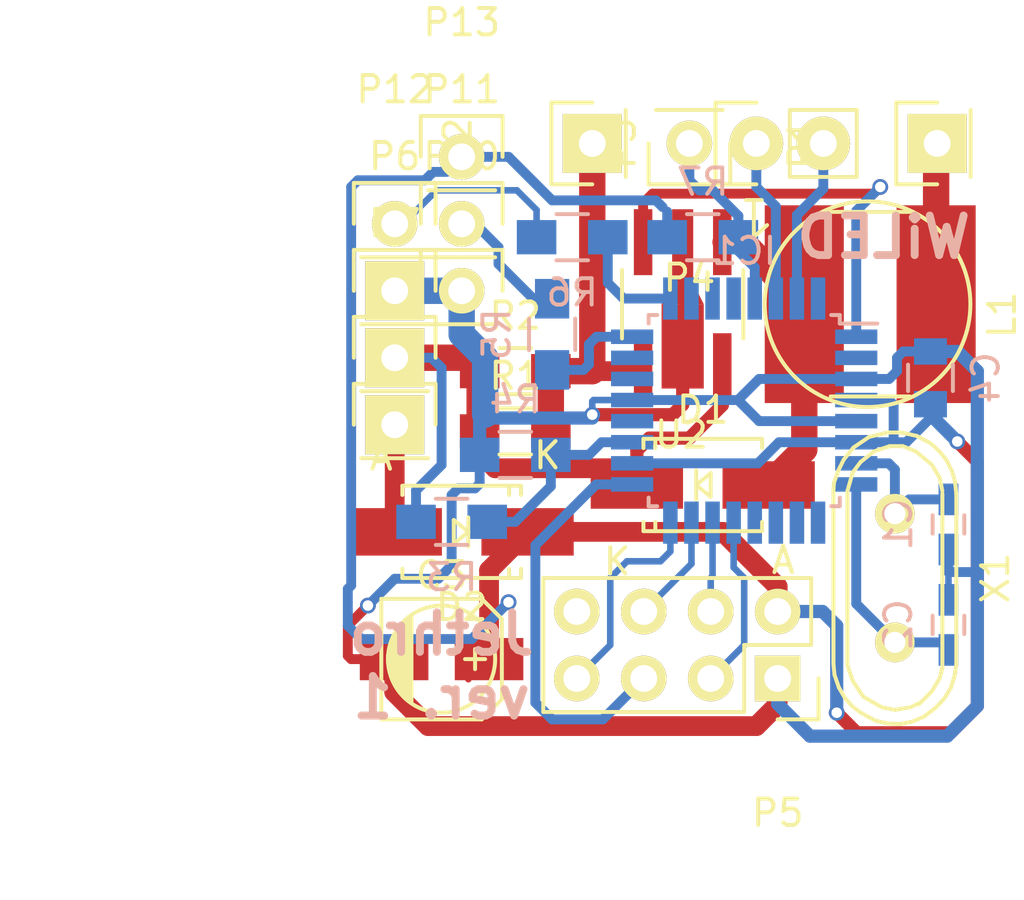
<source format=kicad_pcb>
(kicad_pcb (version 4) (host pcbnew 4.0.1-stable)

  (general
    (links 53)
    (no_connects 0)
    (area 118.350001 91.111 156.543 126.200001)
    (thickness 1.6)
    (drawings 8)
    (tracks 233)
    (zones 0)
    (modules 29)
    (nets 37)
  )

  (page A4)
  (layers
    (0 F.Cu signal)
    (31 B.Cu signal)
    (32 B.Adhes user)
    (33 F.Adhes user)
    (34 B.Paste user)
    (35 F.Paste user)
    (36 B.SilkS user)
    (37 F.SilkS user)
    (38 B.Mask user)
    (39 F.Mask user)
    (40 Dwgs.User user)
    (41 Cmts.User user)
    (42 Eco1.User user)
    (43 Eco2.User user)
    (44 Edge.Cuts user)
    (45 Margin user)
    (46 B.CrtYd user)
    (47 F.CrtYd user)
    (48 B.Fab user)
    (49 F.Fab user)
  )

  (setup
    (last_trace_width 0.5)
    (user_trace_width 0.375)
    (user_trace_width 0.5)
    (user_trace_width 0.625)
    (user_trace_width 0.75)
    (user_trace_width 1)
    (trace_clearance 0.1524)
    (zone_clearance 0.508)
    (zone_45_only no)
    (trace_min 0.1524)
    (segment_width 0.2)
    (edge_width 0.15)
    (via_size 0.6)
    (via_drill 0.4)
    (via_min_size 0.3302)
    (via_min_drill 0.3)
    (uvia_size 0.3)
    (uvia_drill 0.1)
    (uvias_allowed no)
    (uvia_min_size 0)
    (uvia_min_drill 0)
    (pcb_text_width 0.3)
    (pcb_text_size 1.5 1.5)
    (mod_edge_width 0.15)
    (mod_text_size 1 1)
    (mod_text_width 0.15)
    (pad_size 2.032 2.032)
    (pad_drill 1.016)
    (pad_to_mask_clearance 0.2)
    (aux_axis_origin 0 0)
    (visible_elements FFFFFF1F)
    (pcbplotparams
      (layerselection 0x0203c_80000001)
      (usegerberextensions false)
      (excludeedgelayer true)
      (linewidth 0.100000)
      (plotframeref false)
      (viasonmask false)
      (mode 1)
      (useauxorigin false)
      (hpglpennumber 1)
      (hpglpenspeed 20)
      (hpglpendiameter 15)
      (hpglpenoverlay 2)
      (psnegative false)
      (psa4output false)
      (plotreference false)
      (plotvalue false)
      (plotinvisibletext false)
      (padsonsilk false)
      (subtractmaskfromsilk false)
      (outputformat 1)
      (mirror false)
      (drillshape 0)
      (scaleselection 1)
      (outputdirectory /home/jethro/kicad/leddriver/))
  )

  (net 0 "")
  (net 1 "Net-(C1-Pad1)")
  (net 2 GND)
  (net 3 "Net-(C2-Pad2)")
  (net 4 +BATT)
  (net 5 "Net-(D1-Pad2)")
  (net 6 "Net-(IC1-Pad1)")
  (net 7 "Net-(IC1-Pad2)")
  (net 8 +3V3)
  (net 9 "Net-(IC1-Pad9)")
  (net 10 "Net-(IC1-Pad10)")
  (net 11 "Net-(IC1-Pad11)")
  (net 12 "Net-(IC1-Pad12)")
  (net 13 "Net-(IC1-Pad13)")
  (net 14 "Net-(IC1-Pad14)")
  (net 15 "Net-(IC1-Pad15)")
  (net 16 "Net-(IC1-Pad16)")
  (net 17 "Net-(IC1-Pad17)")
  (net 18 "Net-(IC1-Pad19)")
  (net 19 "Net-(IC1-Pad20)")
  (net 20 "Net-(IC1-Pad22)")
  (net 21 "Net-(IC1-Pad23)")
  (net 22 "Net-(IC1-Pad24)")
  (net 23 "Net-(IC1-Pad25)")
  (net 24 "Net-(IC1-Pad26)")
  (net 25 "Net-(IC1-Pad27)")
  (net 26 "Net-(IC1-Pad28)")
  (net 27 "Net-(IC1-Pad29)")
  (net 28 "Net-(IC1-Pad30)")
  (net 29 "Net-(IC1-Pad31)")
  (net 30 "Net-(IC1-Pad32)")
  (net 31 "Net-(L1-Pad1)")
  (net 32 "Net-(P2-Pad1)")
  (net 33 "Net-(P5-Pad8)")
  (net 34 "Net-(D2-Pad2)")
  (net 35 "Net-(P11-Pad1)")
  (net 36 "Net-(P12-Pad1)")

  (net_class Default "This is the default net class."
    (clearance 0.1524)
    (trace_width 0.25)
    (via_dia 0.6)
    (via_drill 0.4)
    (uvia_dia 0.3)
    (uvia_drill 0.1)
    (add_net +3V3)
    (add_net +BATT)
    (add_net GND)
    (add_net "Net-(C1-Pad1)")
    (add_net "Net-(C2-Pad2)")
    (add_net "Net-(D1-Pad2)")
    (add_net "Net-(D2-Pad2)")
    (add_net "Net-(IC1-Pad1)")
    (add_net "Net-(IC1-Pad10)")
    (add_net "Net-(IC1-Pad11)")
    (add_net "Net-(IC1-Pad12)")
    (add_net "Net-(IC1-Pad13)")
    (add_net "Net-(IC1-Pad14)")
    (add_net "Net-(IC1-Pad15)")
    (add_net "Net-(IC1-Pad16)")
    (add_net "Net-(IC1-Pad17)")
    (add_net "Net-(IC1-Pad19)")
    (add_net "Net-(IC1-Pad2)")
    (add_net "Net-(IC1-Pad20)")
    (add_net "Net-(IC1-Pad22)")
    (add_net "Net-(IC1-Pad23)")
    (add_net "Net-(IC1-Pad24)")
    (add_net "Net-(IC1-Pad25)")
    (add_net "Net-(IC1-Pad26)")
    (add_net "Net-(IC1-Pad27)")
    (add_net "Net-(IC1-Pad28)")
    (add_net "Net-(IC1-Pad29)")
    (add_net "Net-(IC1-Pad30)")
    (add_net "Net-(IC1-Pad31)")
    (add_net "Net-(IC1-Pad32)")
    (add_net "Net-(IC1-Pad9)")
    (add_net "Net-(L1-Pad1)")
    (add_net "Net-(P11-Pad1)")
    (add_net "Net-(P12-Pad1)")
    (add_net "Net-(P2-Pad1)")
    (add_net "Net-(P5-Pad8)")
  )

  (net_class thicker ""
    (clearance 0.4)
    (trace_width 0.5)
    (via_dia 0.6)
    (via_drill 0.4)
    (uvia_dia 0.3)
    (uvia_drill 0.1)
  )

  (module Resistors_SMD:R_0805_HandSoldering (layer F.Cu) (tedit 54189DEE) (tstamp 56B354A4)
    (at 136.906 107.95)
    (descr "Resistor SMD 0805, hand soldering")
    (tags "resistor 0805")
    (path /56B2059B)
    (attr smd)
    (fp_text reference R1 (at 0 -2.1) (layer F.SilkS)
      (effects (font (size 1 1) (thickness 0.15)))
    )
    (fp_text value 0R33 (at 0 2.1) (layer F.Fab)
      (effects (font (size 1 1) (thickness 0.15)))
    )
    (fp_line (start -2.4 -1) (end 2.4 -1) (layer F.CrtYd) (width 0.05))
    (fp_line (start -2.4 1) (end 2.4 1) (layer F.CrtYd) (width 0.05))
    (fp_line (start -2.4 -1) (end -2.4 1) (layer F.CrtYd) (width 0.05))
    (fp_line (start 2.4 -1) (end 2.4 1) (layer F.CrtYd) (width 0.05))
    (fp_line (start 0.6 0.875) (end -0.6 0.875) (layer F.SilkS) (width 0.15))
    (fp_line (start -0.6 -0.875) (end 0.6 -0.875) (layer F.SilkS) (width 0.15))
    (pad 1 smd rect (at -1.35 0) (size 1.5 1.3) (layers F.Cu F.Paste F.Mask)
      (net 4 +BATT))
    (pad 2 smd rect (at 1.35 0) (size 1.5 1.3) (layers F.Cu F.Paste F.Mask)
      (net 32 "Net-(P2-Pad1)"))
    (model Resistors_SMD.3dshapes/R_0805_HandSoldering.wrl
      (at (xyz 0 0 0))
      (scale (xyz 1 1 1))
      (rotate (xyz 0 0 0))
    )
  )

  (module Housings_QFP:TQFP-32_7x7mm_Pitch0.8mm (layer B.Cu) (tedit 54130A77) (tstamp 56B35409)
    (at 145.589 107.16 180)
    (descr "32-Lead Plastic Thin Quad Flatpack (PT) - 7x7x1.0 mm Body, 2.00 mm [TQFP] (see Microchip Packaging Specification 00000049BS.pdf)")
    (tags "QFP 0.8")
    (path /56B204CE)
    (attr smd)
    (fp_text reference IC1 (at 0 6.05 180) (layer B.SilkS)
      (effects (font (size 1 1) (thickness 0.15)) (justify mirror))
    )
    (fp_text value ATMEGA88PA-A (at 0 -6.05 180) (layer B.Fab)
      (effects (font (size 1 1) (thickness 0.15)) (justify mirror))
    )
    (fp_line (start -5.3 5.3) (end -5.3 -5.3) (layer B.CrtYd) (width 0.05))
    (fp_line (start 5.3 5.3) (end 5.3 -5.3) (layer B.CrtYd) (width 0.05))
    (fp_line (start -5.3 5.3) (end 5.3 5.3) (layer B.CrtYd) (width 0.05))
    (fp_line (start -5.3 -5.3) (end 5.3 -5.3) (layer B.CrtYd) (width 0.05))
    (fp_line (start -3.625 3.625) (end -3.625 3.3) (layer B.SilkS) (width 0.15))
    (fp_line (start 3.625 3.625) (end 3.625 3.3) (layer B.SilkS) (width 0.15))
    (fp_line (start 3.625 -3.625) (end 3.625 -3.3) (layer B.SilkS) (width 0.15))
    (fp_line (start -3.625 -3.625) (end -3.625 -3.3) (layer B.SilkS) (width 0.15))
    (fp_line (start -3.625 3.625) (end -3.3 3.625) (layer B.SilkS) (width 0.15))
    (fp_line (start -3.625 -3.625) (end -3.3 -3.625) (layer B.SilkS) (width 0.15))
    (fp_line (start 3.625 -3.625) (end 3.3 -3.625) (layer B.SilkS) (width 0.15))
    (fp_line (start 3.625 3.625) (end 3.3 3.625) (layer B.SilkS) (width 0.15))
    (fp_line (start -3.625 3.3) (end -5.05 3.3) (layer B.SilkS) (width 0.15))
    (pad 1 smd rect (at -4.25 2.8 180) (size 1.6 0.55) (layers B.Cu B.Paste B.Mask)
      (net 6 "Net-(IC1-Pad1)"))
    (pad 2 smd rect (at -4.25 2 180) (size 1.6 0.55) (layers B.Cu B.Paste B.Mask)
      (net 7 "Net-(IC1-Pad2)"))
    (pad 3 smd rect (at -4.25 1.2 180) (size 1.6 0.55) (layers B.Cu B.Paste B.Mask)
      (net 2 GND))
    (pad 4 smd rect (at -4.25 0.4 180) (size 1.6 0.55) (layers B.Cu B.Paste B.Mask)
      (net 8 +3V3))
    (pad 5 smd rect (at -4.25 -0.4 180) (size 1.6 0.55) (layers B.Cu B.Paste B.Mask)
      (net 2 GND))
    (pad 6 smd rect (at -4.25 -1.2 180) (size 1.6 0.55) (layers B.Cu B.Paste B.Mask)
      (net 8 +3V3))
    (pad 7 smd rect (at -4.25 -2 180) (size 1.6 0.55) (layers B.Cu B.Paste B.Mask)
      (net 1 "Net-(C1-Pad1)"))
    (pad 8 smd rect (at -4.25 -2.8 180) (size 1.6 0.55) (layers B.Cu B.Paste B.Mask)
      (net 3 "Net-(C2-Pad2)"))
    (pad 9 smd rect (at -2.8 -4.25 90) (size 1.6 0.55) (layers B.Cu B.Paste B.Mask)
      (net 9 "Net-(IC1-Pad9)"))
    (pad 10 smd rect (at -2 -4.25 90) (size 1.6 0.55) (layers B.Cu B.Paste B.Mask)
      (net 10 "Net-(IC1-Pad10)"))
    (pad 11 smd rect (at -1.2 -4.25 90) (size 1.6 0.55) (layers B.Cu B.Paste B.Mask)
      (net 11 "Net-(IC1-Pad11)"))
    (pad 12 smd rect (at -0.4 -4.25 90) (size 1.6 0.55) (layers B.Cu B.Paste B.Mask)
      (net 12 "Net-(IC1-Pad12)"))
    (pad 13 smd rect (at 0.4 -4.25 90) (size 1.6 0.55) (layers B.Cu B.Paste B.Mask)
      (net 13 "Net-(IC1-Pad13)"))
    (pad 14 smd rect (at 1.2 -4.25 90) (size 1.6 0.55) (layers B.Cu B.Paste B.Mask)
      (net 14 "Net-(IC1-Pad14)"))
    (pad 15 smd rect (at 2 -4.25 90) (size 1.6 0.55) (layers B.Cu B.Paste B.Mask)
      (net 15 "Net-(IC1-Pad15)"))
    (pad 16 smd rect (at 2.8 -4.25 90) (size 1.6 0.55) (layers B.Cu B.Paste B.Mask)
      (net 16 "Net-(IC1-Pad16)"))
    (pad 17 smd rect (at 4.25 -2.8 180) (size 1.6 0.55) (layers B.Cu B.Paste B.Mask)
      (net 17 "Net-(IC1-Pad17)"))
    (pad 18 smd rect (at 4.25 -2 180) (size 1.6 0.55) (layers B.Cu B.Paste B.Mask)
      (net 8 +3V3))
    (pad 19 smd rect (at 4.25 -1.2 180) (size 1.6 0.55) (layers B.Cu B.Paste B.Mask)
      (net 18 "Net-(IC1-Pad19)"))
    (pad 20 smd rect (at 4.25 -0.4 180) (size 1.6 0.55) (layers B.Cu B.Paste B.Mask)
      (net 19 "Net-(IC1-Pad20)"))
    (pad 21 smd rect (at 4.25 0.4 180) (size 1.6 0.55) (layers B.Cu B.Paste B.Mask)
      (net 2 GND))
    (pad 22 smd rect (at 4.25 1.2 180) (size 1.6 0.55) (layers B.Cu B.Paste B.Mask)
      (net 20 "Net-(IC1-Pad22)"))
    (pad 23 smd rect (at 4.25 2 180) (size 1.6 0.55) (layers B.Cu B.Paste B.Mask)
      (net 21 "Net-(IC1-Pad23)"))
    (pad 24 smd rect (at 4.25 2.8 180) (size 1.6 0.55) (layers B.Cu B.Paste B.Mask)
      (net 22 "Net-(IC1-Pad24)"))
    (pad 25 smd rect (at 2.8 4.25 90) (size 1.6 0.55) (layers B.Cu B.Paste B.Mask)
      (net 23 "Net-(IC1-Pad25)"))
    (pad 26 smd rect (at 2 4.25 90) (size 1.6 0.55) (layers B.Cu B.Paste B.Mask)
      (net 24 "Net-(IC1-Pad26)"))
    (pad 27 smd rect (at 1.2 4.25 90) (size 1.6 0.55) (layers B.Cu B.Paste B.Mask)
      (net 25 "Net-(IC1-Pad27)"))
    (pad 28 smd rect (at 0.4 4.25 90) (size 1.6 0.55) (layers B.Cu B.Paste B.Mask)
      (net 26 "Net-(IC1-Pad28)"))
    (pad 29 smd rect (at -0.4 4.25 90) (size 1.6 0.55) (layers B.Cu B.Paste B.Mask)
      (net 27 "Net-(IC1-Pad29)"))
    (pad 30 smd rect (at -1.2 4.25 90) (size 1.6 0.55) (layers B.Cu B.Paste B.Mask)
      (net 28 "Net-(IC1-Pad30)"))
    (pad 31 smd rect (at -2 4.25 90) (size 1.6 0.55) (layers B.Cu B.Paste B.Mask)
      (net 29 "Net-(IC1-Pad31)"))
    (pad 32 smd rect (at -2.8 4.25 90) (size 1.6 0.55) (layers B.Cu B.Paste B.Mask)
      (net 30 "Net-(IC1-Pad32)"))
    (model Housings_QFP.3dshapes/TQFP-32_7x7mm_Pitch0.8mm.wrl
      (at (xyz 0 0 0))
      (scale (xyz 1 1 1))
      (rotate (xyz 0 0 0))
    )
  )

  (module Crystals:Crystal_HC49-U_Vertical (layer F.Cu) (tedit 56B53EE6) (tstamp 56B354FB)
    (at 151.304 113.51 270)
    (descr "Crystal, Quarz, HC49/U, vertical, stehend,")
    (tags "Crystal, Quarz, HC49/U, vertical, stehend,")
    (path /56B20860)
    (fp_text reference X1 (at 0 -3.81 270) (layer F.SilkS)
      (effects (font (size 1 1) (thickness 0.15)))
    )
    (fp_text value Crystal (at 0 3.81 270) (layer F.Fab)
      (effects (font (size 1 1) (thickness 0.15)))
    )
    (fp_line (start 4.699 -1.00076) (end 4.89966 -0.59944) (layer F.SilkS) (width 0.15))
    (fp_line (start 4.89966 -0.59944) (end 5.00126 0) (layer F.SilkS) (width 0.15))
    (fp_line (start 5.00126 0) (end 4.89966 0.50038) (layer F.SilkS) (width 0.15))
    (fp_line (start 4.89966 0.50038) (end 4.50088 1.19888) (layer F.SilkS) (width 0.15))
    (fp_line (start 4.50088 1.19888) (end 3.8989 1.6002) (layer F.SilkS) (width 0.15))
    (fp_line (start 3.8989 1.6002) (end 3.29946 1.80086) (layer F.SilkS) (width 0.15))
    (fp_line (start 3.29946 1.80086) (end -3.29946 1.80086) (layer F.SilkS) (width 0.15))
    (fp_line (start -3.29946 1.80086) (end -4.0005 1.6002) (layer F.SilkS) (width 0.15))
    (fp_line (start -4.0005 1.6002) (end -4.39928 1.30048) (layer F.SilkS) (width 0.15))
    (fp_line (start -4.39928 1.30048) (end -4.8006 0.8001) (layer F.SilkS) (width 0.15))
    (fp_line (start -4.8006 0.8001) (end -5.00126 0.20066) (layer F.SilkS) (width 0.15))
    (fp_line (start -5.00126 0.20066) (end -5.00126 -0.29972) (layer F.SilkS) (width 0.15))
    (fp_line (start -5.00126 -0.29972) (end -4.8006 -0.8001) (layer F.SilkS) (width 0.15))
    (fp_line (start -4.8006 -0.8001) (end -4.30022 -1.39954) (layer F.SilkS) (width 0.15))
    (fp_line (start -4.30022 -1.39954) (end -3.79984 -1.69926) (layer F.SilkS) (width 0.15))
    (fp_line (start -3.79984 -1.69926) (end -3.29946 -1.80086) (layer F.SilkS) (width 0.15))
    (fp_line (start -3.2004 -1.80086) (end 3.40106 -1.80086) (layer F.SilkS) (width 0.15))
    (fp_line (start 3.40106 -1.80086) (end 3.79984 -1.69926) (layer F.SilkS) (width 0.15))
    (fp_line (start 3.79984 -1.69926) (end 4.30022 -1.39954) (layer F.SilkS) (width 0.15))
    (fp_line (start 4.30022 -1.39954) (end 4.8006 -0.89916) (layer F.SilkS) (width 0.15))
    (fp_line (start -3.19024 -2.32918) (end -3.64998 -2.28092) (layer F.SilkS) (width 0.15))
    (fp_line (start -3.64998 -2.28092) (end -4.04876 -2.16916) (layer F.SilkS) (width 0.15))
    (fp_line (start -4.04876 -2.16916) (end -4.48056 -1.95072) (layer F.SilkS) (width 0.15))
    (fp_line (start -4.48056 -1.95072) (end -4.77012 -1.71958) (layer F.SilkS) (width 0.15))
    (fp_line (start -4.77012 -1.71958) (end -5.10032 -1.36906) (layer F.SilkS) (width 0.15))
    (fp_line (start -5.10032 -1.36906) (end -5.38988 -0.83058) (layer F.SilkS) (width 0.15))
    (fp_line (start -5.38988 -0.83058) (end -5.51942 -0.23114) (layer F.SilkS) (width 0.15))
    (fp_line (start -5.51942 -0.23114) (end -5.51942 0.2794) (layer F.SilkS) (width 0.15))
    (fp_line (start -5.51942 0.2794) (end -5.34924 0.98044) (layer F.SilkS) (width 0.15))
    (fp_line (start -5.34924 0.98044) (end -4.95046 1.56972) (layer F.SilkS) (width 0.15))
    (fp_line (start -4.95046 1.56972) (end -4.49072 1.94056) (layer F.SilkS) (width 0.15))
    (fp_line (start -4.49072 1.94056) (end -4.06908 2.14884) (layer F.SilkS) (width 0.15))
    (fp_line (start -4.06908 2.14884) (end -3.6195 2.30886) (layer F.SilkS) (width 0.15))
    (fp_line (start -3.6195 2.30886) (end -3.18008 2.33934) (layer F.SilkS) (width 0.15))
    (fp_line (start 4.16052 2.1209) (end 4.53898 1.89992) (layer F.SilkS) (width 0.15))
    (fp_line (start 4.53898 1.89992) (end 4.85902 1.62052) (layer F.SilkS) (width 0.15))
    (fp_line (start 4.85902 1.62052) (end 5.11048 1.29032) (layer F.SilkS) (width 0.15))
    (fp_line (start 5.11048 1.29032) (end 5.4102 0.73914) (layer F.SilkS) (width 0.15))
    (fp_line (start 5.4102 0.73914) (end 5.51942 0.26924) (layer F.SilkS) (width 0.15))
    (fp_line (start 5.51942 0.26924) (end 5.53974 -0.1905) (layer F.SilkS) (width 0.15))
    (fp_line (start 5.53974 -0.1905) (end 5.45084 -0.65024) (layer F.SilkS) (width 0.15))
    (fp_line (start 5.45084 -0.65024) (end 5.26034 -1.09982) (layer F.SilkS) (width 0.15))
    (fp_line (start 5.26034 -1.09982) (end 4.89966 -1.56972) (layer F.SilkS) (width 0.15))
    (fp_line (start 4.89966 -1.56972) (end 4.54914 -1.88976) (layer F.SilkS) (width 0.15))
    (fp_line (start 4.54914 -1.88976) (end 4.16052 -2.1209) (layer F.SilkS) (width 0.15))
    (fp_line (start 4.16052 -2.1209) (end 3.73126 -2.2606) (layer F.SilkS) (width 0.15))
    (fp_line (start 3.73126 -2.2606) (end 3.2893 -2.32918) (layer F.SilkS) (width 0.15))
    (fp_line (start -3.2004 2.32918) (end 3.2512 2.32918) (layer F.SilkS) (width 0.15))
    (fp_line (start 3.2512 2.32918) (end 3.6703 2.29108) (layer F.SilkS) (width 0.15))
    (fp_line (start 3.6703 2.29108) (end 4.16052 2.1209) (layer F.SilkS) (width 0.15))
    (fp_line (start -3.2004 -2.32918) (end 3.2512 -2.32918) (layer F.SilkS) (width 0.15))
    (pad 1 thru_hole circle (at -2.44094 0 270) (size 1.50114 1.50114) (drill 0.8001) (layers *.Cu *.Paste *.Mask F.SilkS)
      (net 1 "Net-(C1-Pad1)"))
    (pad 2 thru_hole circle (at 2.44094 0 270) (size 1.50114 1.50114) (drill 0.8001) (layers *.Cu *.Paste *.Mask F.SilkS)
      (net 3 "Net-(C2-Pad2)"))
  )

  (module Capacitors_SMD:C_0603_HandSoldering (layer B.Cu) (tedit 541A9B4D) (tstamp 56B35399)
    (at 153.336 111.478 270)
    (descr "Capacitor SMD 0603, hand soldering")
    (tags "capacitor 0603")
    (path /56B208ED)
    (attr smd)
    (fp_text reference C1 (at 0 1.9 270) (layer B.SilkS)
      (effects (font (size 1 1) (thickness 0.15)) (justify mirror))
    )
    (fp_text value 22p (at 0 -1.9 270) (layer B.Fab)
      (effects (font (size 1 1) (thickness 0.15)) (justify mirror))
    )
    (fp_line (start -1.85 0.75) (end 1.85 0.75) (layer B.CrtYd) (width 0.05))
    (fp_line (start -1.85 -0.75) (end 1.85 -0.75) (layer B.CrtYd) (width 0.05))
    (fp_line (start -1.85 0.75) (end -1.85 -0.75) (layer B.CrtYd) (width 0.05))
    (fp_line (start 1.85 0.75) (end 1.85 -0.75) (layer B.CrtYd) (width 0.05))
    (fp_line (start -0.35 0.6) (end 0.35 0.6) (layer B.SilkS) (width 0.15))
    (fp_line (start 0.35 -0.6) (end -0.35 -0.6) (layer B.SilkS) (width 0.15))
    (pad 1 smd rect (at -0.95 0 270) (size 1.2 0.75) (layers B.Cu B.Paste B.Mask)
      (net 1 "Net-(C1-Pad1)"))
    (pad 2 smd rect (at 0.95 0 270) (size 1.2 0.75) (layers B.Cu B.Paste B.Mask)
      (net 2 GND))
    (model Capacitors_SMD.3dshapes/C_0603_HandSoldering.wrl
      (at (xyz 0 0 0))
      (scale (xyz 1 1 1))
      (rotate (xyz 0 0 0))
    )
  )

  (module Capacitors_SMD:C_0603_HandSoldering (layer B.Cu) (tedit 541A9B4D) (tstamp 56B353A5)
    (at 153.336 115.288 270)
    (descr "Capacitor SMD 0603, hand soldering")
    (tags "capacitor 0603")
    (path /56B20894)
    (attr smd)
    (fp_text reference C2 (at 0 1.9 270) (layer B.SilkS)
      (effects (font (size 1 1) (thickness 0.15)) (justify mirror))
    )
    (fp_text value 22p (at 0 -1.9 270) (layer B.Fab)
      (effects (font (size 1 1) (thickness 0.15)) (justify mirror))
    )
    (fp_line (start -1.85 0.75) (end 1.85 0.75) (layer B.CrtYd) (width 0.05))
    (fp_line (start -1.85 -0.75) (end 1.85 -0.75) (layer B.CrtYd) (width 0.05))
    (fp_line (start -1.85 0.75) (end -1.85 -0.75) (layer B.CrtYd) (width 0.05))
    (fp_line (start 1.85 0.75) (end 1.85 -0.75) (layer B.CrtYd) (width 0.05))
    (fp_line (start -0.35 0.6) (end 0.35 0.6) (layer B.SilkS) (width 0.15))
    (fp_line (start 0.35 -0.6) (end -0.35 -0.6) (layer B.SilkS) (width 0.15))
    (pad 1 smd rect (at -0.95 0 270) (size 1.2 0.75) (layers B.Cu B.Paste B.Mask)
      (net 2 GND))
    (pad 2 smd rect (at 0.95 0 270) (size 1.2 0.75) (layers B.Cu B.Paste B.Mask)
      (net 3 "Net-(C2-Pad2)"))
    (model Capacitors_SMD.3dshapes/C_0603_HandSoldering.wrl
      (at (xyz 0 0 0))
      (scale (xyz 1 1 1))
      (rotate (xyz 0 0 0))
    )
  )

  (module Capacitors_SMD:c_elec_4x5.3 (layer F.Cu) (tedit 556FDE77) (tstamp 56B353C0)
    (at 134.112 116.586)
    (descr "SMT capacitor, aluminium electrolytic, 4x5.3")
    (path /56B20914)
    (attr smd)
    (fp_text reference C3 (at 0 -3.175) (layer F.SilkS)
      (effects (font (size 1 1) (thickness 0.15)))
    )
    (fp_text value CP (at 0 3.175) (layer F.Fab)
      (effects (font (size 1 1) (thickness 0.15)))
    )
    (fp_line (start -3.35 -2.65) (end 3.35 -2.65) (layer F.CrtYd) (width 0.05))
    (fp_line (start 3.35 -2.65) (end 3.35 2.65) (layer F.CrtYd) (width 0.05))
    (fp_line (start 3.35 2.65) (end -3.35 2.65) (layer F.CrtYd) (width 0.05))
    (fp_line (start -3.35 2.65) (end -3.35 -2.65) (layer F.CrtYd) (width 0.05))
    (fp_line (start 1.651 0) (end 0.889 0) (layer F.SilkS) (width 0.15))
    (fp_line (start 1.27 -0.381) (end 1.27 0.381) (layer F.SilkS) (width 0.15))
    (fp_line (start 1.524 2.286) (end -2.286 2.286) (layer F.SilkS) (width 0.15))
    (fp_line (start 2.286 -1.524) (end 2.286 1.524) (layer F.SilkS) (width 0.15))
    (fp_line (start 1.524 2.286) (end 2.286 1.524) (layer F.SilkS) (width 0.15))
    (fp_line (start 1.524 -2.286) (end -2.286 -2.286) (layer F.SilkS) (width 0.15))
    (fp_line (start 1.524 -2.286) (end 2.286 -1.524) (layer F.SilkS) (width 0.15))
    (fp_line (start -2.032 0.127) (end -2.032 -0.127) (layer F.SilkS) (width 0.15))
    (fp_line (start -1.905 -0.635) (end -1.905 0.635) (layer F.SilkS) (width 0.15))
    (fp_line (start -1.778 0.889) (end -1.778 -0.889) (layer F.SilkS) (width 0.15))
    (fp_line (start -1.651 1.143) (end -1.651 -1.143) (layer F.SilkS) (width 0.15))
    (fp_line (start -1.524 -1.27) (end -1.524 1.27) (layer F.SilkS) (width 0.15))
    (fp_line (start -1.397 1.397) (end -1.397 -1.397) (layer F.SilkS) (width 0.15))
    (fp_line (start -1.27 -1.524) (end -1.27 1.524) (layer F.SilkS) (width 0.15))
    (fp_line (start -1.143 -1.651) (end -1.143 1.651) (layer F.SilkS) (width 0.15))
    (fp_line (start -2.286 -2.286) (end -2.286 2.286) (layer F.SilkS) (width 0.15))
    (fp_circle (center 0 0) (end -2.032 0) (layer F.SilkS) (width 0.15))
    (pad 1 smd rect (at 1.80086 0) (size 2.60096 1.6002) (layers F.Cu F.Paste F.Mask)
      (net 8 +3V3))
    (pad 2 smd rect (at -1.80086 0) (size 2.60096 1.6002) (layers F.Cu F.Paste F.Mask)
      (net 2 GND))
    (model Capacitors_SMD.3dshapes/c_elec_4x5.3.wrl
      (at (xyz 0 0 0))
      (scale (xyz 1 1 1))
      (rotate (xyz 0 0 0))
    )
  )

  (module Diodes_SMD:SMA_Handsoldering (layer F.Cu) (tedit 552FF1AB) (tstamp 56B353D8)
    (at 144.018 109.982)
    (descr "Diode SMA Handsoldering")
    (tags "Diode SMA Handsoldering")
    (path /56B2074E)
    (attr smd)
    (fp_text reference D1 (at 0 -2.85) (layer F.SilkS)
      (effects (font (size 1 1) (thickness 0.15)))
    )
    (fp_text value D_Schottky (at 0.05 4.4) (layer F.Fab)
      (effects (font (size 1 1) (thickness 0.15)))
    )
    (fp_line (start -4.5 -2) (end 4.5 -2) (layer F.CrtYd) (width 0.05))
    (fp_line (start 4.5 -2) (end 4.5 2) (layer F.CrtYd) (width 0.05))
    (fp_line (start 4.5 2) (end -4.5 2) (layer F.CrtYd) (width 0.05))
    (fp_line (start -4.5 2) (end -4.5 -2) (layer F.CrtYd) (width 0.05))
    (fp_line (start -0.25 0) (end 0.3 -0.45) (layer F.SilkS) (width 0.15))
    (fp_line (start 0.3 -0.45) (end 0.3 0.45) (layer F.SilkS) (width 0.15))
    (fp_line (start 0.3 0.45) (end -0.25 0) (layer F.SilkS) (width 0.15))
    (fp_line (start -0.25 -0.55) (end -0.25 0.55) (layer F.SilkS) (width 0.15))
    (fp_text user K (at -3.25 2.9) (layer F.SilkS)
      (effects (font (size 1 1) (thickness 0.15)))
    )
    (fp_text user A (at 3.05 2.85) (layer F.SilkS)
      (effects (font (size 1 1) (thickness 0.15)))
    )
    (fp_line (start -1.79914 1.75006) (end -1.79914 1.39954) (layer F.SilkS) (width 0.15))
    (fp_line (start -1.79914 -1.75006) (end -1.79914 -1.39954) (layer F.SilkS) (width 0.15))
    (fp_line (start 2.25044 1.75006) (end 2.25044 1.39954) (layer F.SilkS) (width 0.15))
    (fp_line (start -2.25044 1.75006) (end -2.25044 1.39954) (layer F.SilkS) (width 0.15))
    (fp_line (start -2.25044 -1.75006) (end -2.25044 -1.39954) (layer F.SilkS) (width 0.15))
    (fp_line (start 2.25044 -1.75006) (end 2.25044 -1.39954) (layer F.SilkS) (width 0.15))
    (fp_line (start -2.25044 1.75006) (end 2.25044 1.75006) (layer F.SilkS) (width 0.15))
    (fp_line (start -2.25044 -1.75006) (end 2.25044 -1.75006) (layer F.SilkS) (width 0.15))
    (pad 1 smd rect (at -2.49936 0) (size 3.50012 1.80086) (layers F.Cu F.Paste F.Mask)
      (net 4 +BATT))
    (pad 2 smd rect (at 2.49936 0) (size 3.50012 1.80086) (layers F.Cu F.Paste F.Mask)
      (net 5 "Net-(D1-Pad2)"))
    (model Diodes_SMD.3dshapes/SMA_Handsoldering.wrl
      (at (xyz 0 0 0))
      (scale (xyz 0.3937 0.3937 0.3937))
      (rotate (xyz 0 0 180))
    )
  )

  (module Pin_Headers:Pin_Header_Straight_1x01 (layer F.Cu) (tedit 54EA08DC) (tstamp 56B35428)
    (at 152.908 97.028 90)
    (descr "Through hole pin header")
    (tags "pin header")
    (path /56B22A9A)
    (fp_text reference P1 (at 0 -5.1 90) (layer F.SilkS)
      (effects (font (size 1 1) (thickness 0.15)))
    )
    (fp_text value LED- (at 0 -3.1 90) (layer F.Fab)
      (effects (font (size 1 1) (thickness 0.15)))
    )
    (fp_line (start 1.55 -1.55) (end 1.55 0) (layer F.SilkS) (width 0.15))
    (fp_line (start -1.75 -1.75) (end -1.75 1.75) (layer F.CrtYd) (width 0.05))
    (fp_line (start 1.75 -1.75) (end 1.75 1.75) (layer F.CrtYd) (width 0.05))
    (fp_line (start -1.75 -1.75) (end 1.75 -1.75) (layer F.CrtYd) (width 0.05))
    (fp_line (start -1.75 1.75) (end 1.75 1.75) (layer F.CrtYd) (width 0.05))
    (fp_line (start -1.55 0) (end -1.55 -1.55) (layer F.SilkS) (width 0.15))
    (fp_line (start -1.55 -1.55) (end 1.55 -1.55) (layer F.SilkS) (width 0.15))
    (fp_line (start -1.27 1.27) (end 1.27 1.27) (layer F.SilkS) (width 0.15))
    (pad 1 thru_hole rect (at 0 0 90) (size 2.2352 2.2352) (drill 1.016) (layers *.Cu *.Paste *.Mask F.SilkS)
      (net 31 "Net-(L1-Pad1)"))
    (model Pin_Headers.3dshapes/Pin_Header_Straight_1x01.wrl
      (at (xyz 0 0 0))
      (scale (xyz 1 1 1))
      (rotate (xyz 0 0 90))
    )
  )

  (module Pin_Headers:Pin_Header_Straight_1x01 (layer F.Cu) (tedit 54EA08DC) (tstamp 56B35435)
    (at 139.827 97.028 90)
    (descr "Through hole pin header")
    (tags "pin header")
    (path /56B229FB)
    (fp_text reference P2 (at 0 -5.1 90) (layer F.SilkS)
      (effects (font (size 1 1) (thickness 0.15)))
    )
    (fp_text value LED+ (at 0 -3.1 90) (layer F.Fab)
      (effects (font (size 1 1) (thickness 0.15)))
    )
    (fp_line (start 1.55 -1.55) (end 1.55 0) (layer F.SilkS) (width 0.15))
    (fp_line (start -1.75 -1.75) (end -1.75 1.75) (layer F.CrtYd) (width 0.05))
    (fp_line (start 1.75 -1.75) (end 1.75 1.75) (layer F.CrtYd) (width 0.05))
    (fp_line (start -1.75 -1.75) (end 1.75 -1.75) (layer F.CrtYd) (width 0.05))
    (fp_line (start -1.75 1.75) (end 1.75 1.75) (layer F.CrtYd) (width 0.05))
    (fp_line (start -1.55 0) (end -1.55 -1.55) (layer F.SilkS) (width 0.15))
    (fp_line (start -1.55 -1.55) (end 1.55 -1.55) (layer F.SilkS) (width 0.15))
    (fp_line (start -1.27 1.27) (end 1.27 1.27) (layer F.SilkS) (width 0.15))
    (pad 1 thru_hole rect (at 0 0 90) (size 2.2352 2.2352) (drill 1.016) (layers *.Cu *.Paste *.Mask F.SilkS)
      (net 32 "Net-(P2-Pad1)"))
    (model Pin_Headers.3dshapes/Pin_Header_Straight_1x01.wrl
      (at (xyz 0 0 0))
      (scale (xyz 1 1 1))
      (rotate (xyz 0 0 90))
    )
  )

  (module Pin_Headers:Pin_Header_Straight_1x01 (layer F.Cu) (tedit 56B49762) (tstamp 56B35454)
    (at 143.51 97.028 180)
    (descr "Through hole pin header")
    (tags "pin header")
    (path /56B229B0)
    (fp_text reference P4 (at 0 -5.1 180) (layer F.SilkS)
      (effects (font (size 1 1) (thickness 0.15)))
    )
    (fp_text value RST (at 0 -3.1 180) (layer F.Fab)
      (effects (font (size 1 1) (thickness 0.15)))
    )
    (fp_line (start 1.55 -1.55) (end 1.55 0) (layer F.SilkS) (width 0.15))
    (fp_line (start -1.75 -1.75) (end -1.75 1.75) (layer F.CrtYd) (width 0.05))
    (fp_line (start 1.75 -1.75) (end 1.75 1.75) (layer F.CrtYd) (width 0.05))
    (fp_line (start -1.75 -1.75) (end 1.75 -1.75) (layer F.CrtYd) (width 0.05))
    (fp_line (start -1.75 1.75) (end 1.75 1.75) (layer F.CrtYd) (width 0.05))
    (fp_line (start -1.55 0) (end -1.55 -1.55) (layer F.SilkS) (width 0.15))
    (fp_line (start -1.55 -1.55) (end 1.55 -1.55) (layer F.SilkS) (width 0.15))
    (fp_line (start -1.27 1.27) (end 1.27 1.27) (layer F.SilkS) (width 0.15))
    (pad 1 thru_hole circle (at 0 0 180) (size 1.7272 1.7272) (drill 1.016) (layers *.Cu *.Paste *.Mask F.SilkS)
      (net 27 "Net-(IC1-Pad29)"))
    (model Pin_Headers.3dshapes/Pin_Header_Straight_1x01.wrl
      (at (xyz 0 0 0))
      (scale (xyz 1 1 1))
      (rotate (xyz 0 0 90))
    )
  )

  (module Socket_Strips:Socket_Strip_Straight_2x04 (layer F.Cu) (tedit 56B53E5D) (tstamp 56B3546C)
    (at 146.859 117.32 180)
    (descr "Through hole socket strip")
    (tags "socket strip")
    (path /56B20AFC)
    (fp_text reference P5 (at 0 -5.1 180) (layer F.SilkS)
      (effects (font (size 1 1) (thickness 0.15)))
    )
    (fp_text value NRF (at 0 -3.1 180) (layer F.Fab)
      (effects (font (size 1 1) (thickness 0.15)))
    )
    (fp_line (start -1.75 -1.75) (end -1.75 4.3) (layer F.CrtYd) (width 0.05))
    (fp_line (start 9.4 -1.75) (end 9.4 4.3) (layer F.CrtYd) (width 0.05))
    (fp_line (start -1.75 -1.75) (end 9.4 -1.75) (layer F.CrtYd) (width 0.05))
    (fp_line (start -1.75 4.3) (end 9.4 4.3) (layer F.CrtYd) (width 0.05))
    (fp_line (start 1.27 -1.27) (end 8.89 -1.27) (layer F.SilkS) (width 0.15))
    (fp_line (start 8.89 -1.27) (end 8.89 3.81) (layer F.SilkS) (width 0.15))
    (fp_line (start 8.89 3.81) (end -1.27 3.81) (layer F.SilkS) (width 0.15))
    (fp_line (start -1.27 3.81) (end -1.27 1.27) (layer F.SilkS) (width 0.15))
    (fp_line (start 0 -1.55) (end -1.55 -1.55) (layer F.SilkS) (width 0.15))
    (fp_line (start -1.27 1.27) (end 1.27 1.27) (layer F.SilkS) (width 0.15))
    (fp_line (start 1.27 1.27) (end 1.27 -1.27) (layer F.SilkS) (width 0.15))
    (fp_line (start -1.55 -1.55) (end -1.55 0) (layer F.SilkS) (width 0.15))
    (pad 1 thru_hole rect (at 0 0 180) (size 1.7272 1.7272) (drill 1.016) (layers *.Cu *.Paste *.Mask F.SilkS)
      (net 2 GND))
    (pad 2 thru_hole oval (at 0 2.54 180) (size 1.7272 1.7272) (drill 1.016) (layers *.Cu *.Paste *.Mask F.SilkS)
      (net 8 +3V3))
    (pad 3 thru_hole oval (at 2.54 0 180) (size 1.7272 1.7272) (drill 1.016) (layers *.Cu *.Paste *.Mask F.SilkS)
      (net 13 "Net-(IC1-Pad13)"))
    (pad 4 thru_hole oval (at 2.54 2.54 180) (size 1.7272 1.7272) (drill 1.016) (layers *.Cu *.Paste *.Mask F.SilkS)
      (net 14 "Net-(IC1-Pad14)"))
    (pad 5 thru_hole oval (at 5.08 0 180) (size 1.7272 1.7272) (drill 1.016) (layers *.Cu *.Paste *.Mask F.SilkS)
      (net 17 "Net-(IC1-Pad17)"))
    (pad 6 thru_hole oval (at 5.08 2.54 180) (size 1.7272 1.7272) (drill 1.016) (layers *.Cu *.Paste *.Mask F.SilkS)
      (net 15 "Net-(IC1-Pad15)"))
    (pad 7 thru_hole oval (at 7.62 0 180) (size 1.7272 1.7272) (drill 1.016) (layers *.Cu *.Paste *.Mask F.SilkS)
      (net 16 "Net-(IC1-Pad16)"))
    (pad 8 thru_hole oval (at 7.62 2.54 180) (size 1.7272 1.7272) (drill 1.016) (layers *.Cu *.Paste *.Mask F.SilkS)
      (net 33 "Net-(P5-Pad8)"))
    (model Socket_Strips.3dshapes/Socket_Strip_Straight_2x04.wrl
      (at (xyz 0.15 -0.05 0))
      (scale (xyz 1 1 1))
      (rotate (xyz 0 0 180))
    )
  )

  (module Pin_Headers:Pin_Header_Straight_1x01 (layer F.Cu) (tedit 56B53E1A) (tstamp 56B35479)
    (at 132.334 102.616)
    (descr "Through hole pin header")
    (tags "pin header")
    (path /56B23E70)
    (fp_text reference P6 (at 0 -5.1) (layer F.SilkS)
      (effects (font (size 1 1) (thickness 0.15)))
    )
    (fp_text value BAT- (at 0 -3.1) (layer F.Fab)
      (effects (font (size 1 1) (thickness 0.15)))
    )
    (fp_line (start 1.55 -1.55) (end 1.55 0) (layer F.SilkS) (width 0.15))
    (fp_line (start -1.75 -1.75) (end -1.75 1.75) (layer F.CrtYd) (width 0.05))
    (fp_line (start 1.75 -1.75) (end 1.75 1.75) (layer F.CrtYd) (width 0.05))
    (fp_line (start -1.75 -1.75) (end 1.75 -1.75) (layer F.CrtYd) (width 0.05))
    (fp_line (start -1.75 1.75) (end 1.75 1.75) (layer F.CrtYd) (width 0.05))
    (fp_line (start -1.55 0) (end -1.55 -1.55) (layer F.SilkS) (width 0.15))
    (fp_line (start -1.55 -1.55) (end 1.55 -1.55) (layer F.SilkS) (width 0.15))
    (fp_line (start -1.27 1.27) (end 1.27 1.27) (layer F.SilkS) (width 0.15))
    (pad 1 thru_hole rect (at 0 0) (size 2.2352 2.2352) (drill 1.016) (layers *.Cu *.Paste *.Mask F.SilkS)
      (net 2 GND))
    (model Pin_Headers.3dshapes/Pin_Header_Straight_1x01.wrl
      (at (xyz 0 0 0))
      (scale (xyz 1 1 1))
      (rotate (xyz 0 0 90))
    )
  )

  (module Pin_Headers:Pin_Header_Straight_1x01 (layer F.Cu) (tedit 54EA08DC) (tstamp 56B35486)
    (at 132.334 105.156)
    (descr "Through hole pin header")
    (tags "pin header")
    (path /56B23E13)
    (fp_text reference P7 (at 0 -5.1) (layer F.SilkS)
      (effects (font (size 1 1) (thickness 0.15)))
    )
    (fp_text value BAT+ (at 0 -3.1) (layer F.Fab)
      (effects (font (size 1 1) (thickness 0.15)))
    )
    (fp_line (start 1.55 -1.55) (end 1.55 0) (layer F.SilkS) (width 0.15))
    (fp_line (start -1.75 -1.75) (end -1.75 1.75) (layer F.CrtYd) (width 0.05))
    (fp_line (start 1.75 -1.75) (end 1.75 1.75) (layer F.CrtYd) (width 0.05))
    (fp_line (start -1.75 -1.75) (end 1.75 -1.75) (layer F.CrtYd) (width 0.05))
    (fp_line (start -1.75 1.75) (end 1.75 1.75) (layer F.CrtYd) (width 0.05))
    (fp_line (start -1.55 0) (end -1.55 -1.55) (layer F.SilkS) (width 0.15))
    (fp_line (start -1.55 -1.55) (end 1.55 -1.55) (layer F.SilkS) (width 0.15))
    (fp_line (start -1.27 1.27) (end 1.27 1.27) (layer F.SilkS) (width 0.15))
    (pad 1 thru_hole rect (at 0 0) (size 2.2352 2.2352) (drill 1.016) (layers *.Cu *.Paste *.Mask F.SilkS)
      (net 4 +BATT))
    (model Pin_Headers.3dshapes/Pin_Header_Straight_1x01.wrl
      (at (xyz 0 0 0))
      (scale (xyz 1 1 1))
      (rotate (xyz 0 0 90))
    )
  )

  (module Resistors_SMD:R_0805_HandSoldering (layer F.Cu) (tedit 54189DEE) (tstamp 56B354B0)
    (at 136.906 105.664)
    (descr "Resistor SMD 0805, hand soldering")
    (tags "resistor 0805")
    (path /56B20713)
    (attr smd)
    (fp_text reference R2 (at 0 -2.1) (layer F.SilkS)
      (effects (font (size 1 1) (thickness 0.15)))
    )
    (fp_text value 0R33 (at 0 2.1) (layer F.Fab)
      (effects (font (size 1 1) (thickness 0.15)))
    )
    (fp_line (start -2.4 -1) (end 2.4 -1) (layer F.CrtYd) (width 0.05))
    (fp_line (start -2.4 1) (end 2.4 1) (layer F.CrtYd) (width 0.05))
    (fp_line (start -2.4 -1) (end -2.4 1) (layer F.CrtYd) (width 0.05))
    (fp_line (start 2.4 -1) (end 2.4 1) (layer F.CrtYd) (width 0.05))
    (fp_line (start 0.6 0.875) (end -0.6 0.875) (layer F.SilkS) (width 0.15))
    (fp_line (start -0.6 -0.875) (end 0.6 -0.875) (layer F.SilkS) (width 0.15))
    (pad 1 smd rect (at -1.35 0) (size 1.5 1.3) (layers F.Cu F.Paste F.Mask)
      (net 4 +BATT))
    (pad 2 smd rect (at 1.35 0) (size 1.5 1.3) (layers F.Cu F.Paste F.Mask)
      (net 32 "Net-(P2-Pad1)"))
    (model Resistors_SMD.3dshapes/R_0805_HandSoldering.wrl
      (at (xyz 0 0 0))
      (scale (xyz 1 1 1))
      (rotate (xyz 0 0 0))
    )
  )

  (module Capacitors_SMD:C_0805 (layer B.Cu) (tedit 5415D6EA) (tstamp 56B367F0)
    (at 152.654 105.918 90)
    (descr "Capacitor SMD 0805, reflow soldering, AVX (see smccp.pdf)")
    (tags "capacitor 0805")
    (path /56B36728)
    (attr smd)
    (fp_text reference C4 (at 0 2.1 90) (layer B.SilkS)
      (effects (font (size 1 1) (thickness 0.15)) (justify mirror))
    )
    (fp_text value 100n (at 0 -2.1 90) (layer B.Fab)
      (effects (font (size 1 1) (thickness 0.15)) (justify mirror))
    )
    (fp_line (start -1.8 1) (end 1.8 1) (layer B.CrtYd) (width 0.05))
    (fp_line (start -1.8 -1) (end 1.8 -1) (layer B.CrtYd) (width 0.05))
    (fp_line (start -1.8 1) (end -1.8 -1) (layer B.CrtYd) (width 0.05))
    (fp_line (start 1.8 1) (end 1.8 -1) (layer B.CrtYd) (width 0.05))
    (fp_line (start 0.5 0.85) (end -0.5 0.85) (layer B.SilkS) (width 0.15))
    (fp_line (start -0.5 -0.85) (end 0.5 -0.85) (layer B.SilkS) (width 0.15))
    (pad 1 smd rect (at -1 0 90) (size 1 1.25) (layers B.Cu B.Paste B.Mask)
      (net 8 +3V3))
    (pad 2 smd rect (at 1 0 90) (size 1 1.25) (layers B.Cu B.Paste B.Mask)
      (net 2 GND))
    (model Capacitors_SMD.3dshapes/C_0805.wrl
      (at (xyz 0 0 0))
      (scale (xyz 1 1 1))
      (rotate (xyz 0 0 0))
    )
  )

  (module leddriver_lib:SOT89-5_Big_Pad_Handsoldering (layer F.Cu) (tedit 56B3D85A) (tstamp 56B3E33D)
    (at 143.256 103.124 180)
    (descr "SOT89-5, Housing, Handsoldering,")
    (tags "SOT89-5, Housing, Handsoldering,")
    (path /56B20491)
    (attr smd)
    (fp_text reference U2 (at 0.0508 -4.95046 180) (layer F.SilkS)
      (effects (font (size 1 1) (thickness 0.15)))
    )
    (fp_text value PT4115 (at 0.35052 5.25018 180) (layer F.Fab)
      (effects (font (size 1 1) (thickness 0.15)))
    )
    (fp_line (start -2.99974 3.9497) (end -2.4003 3.9497) (layer F.SilkS) (width 0.15))
    (fp_line (start -3.2004 2.99974) (end -2.70002 2.55016) (layer F.SilkS) (width 0.15))
    (fp_line (start -2.70002 2.55016) (end -2.70002 3.9497) (layer F.SilkS) (width 0.15))
    (fp_line (start -2.30124 1.30048) (end -2.30124 -1.30048) (layer F.SilkS) (width 0.15))
    (fp_line (start 2.30124 -1.30048) (end 2.30124 1.30048) (layer F.SilkS) (width 0.15))
    (pad 5 smd rect (at -1.50114 -2.35204 180) (size 0.70104 2.5019) (layers F.Cu F.Paste F.Mask)
      (net 4 +BATT))
    (pad 4 smd rect (at 1.50114 -2.35204 180) (size 0.70104 2.5019) (layers F.Cu F.Paste F.Mask)
      (net 32 "Net-(P2-Pad1)"))
    (pad 1 smd rect (at -1.50114 2.35204 180) (size 0.70104 2.5019) (layers F.Cu F.Paste F.Mask)
      (net 5 "Net-(D1-Pad2)"))
    (pad 2 smd rect (at 0 2.2 180) (size 0.8 2.8019) (layers F.Cu F.Paste F.Mask)
      (net 2 GND))
    (pad 3 smd rect (at 1.50114 2.35204 180) (size 0.70104 2.5019) (layers F.Cu F.Paste F.Mask)
      (net 6 "Net-(IC1-Pad1)"))
    (pad 2 smd rect (at 0 -1.6 180) (size 1.6 3.2) (layers F.Cu F.Paste F.Mask)
      (net 2 GND))
    (pad 2 smd trapezoid (at 0 0.4) (size 1.2 0.8) (rect_delta 0 0.4 ) (layers F.Cu F.Paste F.Mask)
      (net 2 GND))
    (model TO_SOT_Packages_SMD.3dshapes/SOT89-5_Housing_Handsoldering.wrl
      (at (xyz 0 0 0))
      (scale (xyz 0.3937 0.3937 0.3937))
      (rotate (xyz 0 0 0))
    )
  )

  (module leddriver_lib:DLG-0705 (layer F.Cu) (tedit 56B3DE51) (tstamp 56B3E334)
    (at 150.368 103.124 270)
    (path /56B207CF)
    (fp_text reference L1 (at 0.4 -5 270) (layer F.SilkS)
      (effects (font (size 1 1) (thickness 0.15)))
    )
    (fp_text value INDUCTOR (at 0 6 270) (layer F.Fab)
      (effects (font (size 1 1) (thickness 0.15)))
    )
    (fp_line (start 3.5 1.5) (end 3.5 -1.5) (layer F.SilkS) (width 0.15))
    (fp_line (start -3.5 -1.5) (end -3.5 1.5) (layer F.SilkS) (width 0.15))
    (fp_circle (center 0 0.1) (end 3.9 0.1) (layer F.SilkS) (width 0.15))
    (pad 1 smd rect (at 0 -2.5 270) (size 7.5 3) (layers F.Cu F.Paste F.Mask)
      (net 31 "Net-(L1-Pad1)"))
    (pad 2 smd rect (at 0 2.5 270) (size 7.5 3) (layers F.Cu F.Paste F.Mask)
      (net 5 "Net-(D1-Pad2)"))
  )

  (module Pin_Headers:Pin_Header_Straight_1x02 (layer F.Cu) (tedit 56B53F00) (tstamp 56B3F274)
    (at 146.05 97.028 90)
    (descr "Through hole pin header")
    (tags "pin header")
    (path /56B3F450)
    (fp_text reference P3 (at 0 -5.1 90) (layer F.SilkS)
      (effects (font (size 1 1) (thickness 0.15)))
    )
    (fp_text value USART (at 0 -3.1 90) (layer F.Fab)
      (effects (font (size 1 1) (thickness 0.15)))
    )
    (fp_line (start 1.27 1.27) (end 1.27 3.81) (layer F.SilkS) (width 0.15))
    (fp_line (start 1.55 -1.55) (end 1.55 0) (layer F.SilkS) (width 0.15))
    (fp_line (start -1.75 -1.75) (end -1.75 4.3) (layer F.CrtYd) (width 0.05))
    (fp_line (start 1.75 -1.75) (end 1.75 4.3) (layer F.CrtYd) (width 0.05))
    (fp_line (start -1.75 -1.75) (end 1.75 -1.75) (layer F.CrtYd) (width 0.05))
    (fp_line (start -1.75 4.3) (end 1.75 4.3) (layer F.CrtYd) (width 0.05))
    (fp_line (start 1.27 1.27) (end -1.27 1.27) (layer F.SilkS) (width 0.15))
    (fp_line (start -1.55 0) (end -1.55 -1.55) (layer F.SilkS) (width 0.15))
    (fp_line (start -1.55 -1.55) (end 1.55 -1.55) (layer F.SilkS) (width 0.15))
    (fp_line (start -1.27 1.27) (end -1.27 3.81) (layer F.SilkS) (width 0.15))
    (fp_line (start -1.27 3.81) (end 1.27 3.81) (layer F.SilkS) (width 0.15))
    (pad 1 thru_hole circle (at 0 0 90) (size 2.032 2.032) (drill 1.016) (layers *.Cu *.Paste *.Mask F.SilkS)
      (net 28 "Net-(IC1-Pad30)"))
    (pad 2 thru_hole oval (at 0 2.54 90) (size 2.032 2.032) (drill 1.016) (layers *.Cu *.Paste *.Mask F.SilkS)
      (net 29 "Net-(IC1-Pad31)"))
    (model Pin_Headers.3dshapes/Pin_Header_Straight_1x02.wrl
      (at (xyz 0 -0.05 0))
      (scale (xyz 1 1 1))
      (rotate (xyz 0 0 90))
    )
  )

  (module Diodes_SMD:SMA_Handsoldering (layer F.Cu) (tedit 552FF1AB) (tstamp 56B3F5AF)
    (at 134.874 111.76 180)
    (descr "Diode SMA Handsoldering")
    (tags "Diode SMA Handsoldering")
    (path /56B3FB17)
    (attr smd)
    (fp_text reference D2 (at 0 -2.85 180) (layer F.SilkS)
      (effects (font (size 1 1) (thickness 0.15)))
    )
    (fp_text value D (at 0.05 4.4 180) (layer F.Fab)
      (effects (font (size 1 1) (thickness 0.15)))
    )
    (fp_line (start -4.5 -2) (end 4.5 -2) (layer F.CrtYd) (width 0.05))
    (fp_line (start 4.5 -2) (end 4.5 2) (layer F.CrtYd) (width 0.05))
    (fp_line (start 4.5 2) (end -4.5 2) (layer F.CrtYd) (width 0.05))
    (fp_line (start -4.5 2) (end -4.5 -2) (layer F.CrtYd) (width 0.05))
    (fp_line (start -0.25 0) (end 0.3 -0.45) (layer F.SilkS) (width 0.15))
    (fp_line (start 0.3 -0.45) (end 0.3 0.45) (layer F.SilkS) (width 0.15))
    (fp_line (start 0.3 0.45) (end -0.25 0) (layer F.SilkS) (width 0.15))
    (fp_line (start -0.25 -0.55) (end -0.25 0.55) (layer F.SilkS) (width 0.15))
    (fp_text user K (at -3.25 2.9 180) (layer F.SilkS)
      (effects (font (size 1 1) (thickness 0.15)))
    )
    (fp_text user A (at 3.05 2.85 180) (layer F.SilkS)
      (effects (font (size 1 1) (thickness 0.15)))
    )
    (fp_line (start -1.79914 1.75006) (end -1.79914 1.39954) (layer F.SilkS) (width 0.15))
    (fp_line (start -1.79914 -1.75006) (end -1.79914 -1.39954) (layer F.SilkS) (width 0.15))
    (fp_line (start 2.25044 1.75006) (end 2.25044 1.39954) (layer F.SilkS) (width 0.15))
    (fp_line (start -2.25044 1.75006) (end -2.25044 1.39954) (layer F.SilkS) (width 0.15))
    (fp_line (start -2.25044 -1.75006) (end -2.25044 -1.39954) (layer F.SilkS) (width 0.15))
    (fp_line (start 2.25044 -1.75006) (end 2.25044 -1.39954) (layer F.SilkS) (width 0.15))
    (fp_line (start -2.25044 1.75006) (end 2.25044 1.75006) (layer F.SilkS) (width 0.15))
    (fp_line (start -2.25044 -1.75006) (end 2.25044 -1.75006) (layer F.SilkS) (width 0.15))
    (pad 1 smd rect (at -2.49936 0 180) (size 3.50012 1.80086) (layers F.Cu F.Paste F.Mask)
      (net 8 +3V3))
    (pad 2 smd rect (at 2.49936 0 180) (size 3.50012 1.80086) (layers F.Cu F.Paste F.Mask)
      (net 34 "Net-(D2-Pad2)"))
    (model Diodes_SMD.3dshapes/SMA_Handsoldering.wrl
      (at (xyz 0 0 0))
      (scale (xyz 0.3937 0.3937 0.3937))
      (rotate (xyz 0 0 180))
    )
  )

  (module Pin_Headers:Pin_Header_Straight_1x01 (layer F.Cu) (tedit 54EA08DC) (tstamp 56B3F5B4)
    (at 132.334 107.696)
    (descr "Through hole pin header")
    (tags "pin header")
    (path /56B3FC12)
    (fp_text reference P9 (at 0 -5.1) (layer F.SilkS)
      (effects (font (size 1 1) (thickness 0.15)))
    )
    (fp_text value U1/2 (at 0 -3.1) (layer F.Fab)
      (effects (font (size 1 1) (thickness 0.15)))
    )
    (fp_line (start 1.55 -1.55) (end 1.55 0) (layer F.SilkS) (width 0.15))
    (fp_line (start -1.75 -1.75) (end -1.75 1.75) (layer F.CrtYd) (width 0.05))
    (fp_line (start 1.75 -1.75) (end 1.75 1.75) (layer F.CrtYd) (width 0.05))
    (fp_line (start -1.75 -1.75) (end 1.75 -1.75) (layer F.CrtYd) (width 0.05))
    (fp_line (start -1.75 1.75) (end 1.75 1.75) (layer F.CrtYd) (width 0.05))
    (fp_line (start -1.55 0) (end -1.55 -1.55) (layer F.SilkS) (width 0.15))
    (fp_line (start -1.55 -1.55) (end 1.55 -1.55) (layer F.SilkS) (width 0.15))
    (fp_line (start -1.27 1.27) (end 1.27 1.27) (layer F.SilkS) (width 0.15))
    (pad 1 thru_hole rect (at 0 0) (size 2.2352 2.2352) (drill 1.016) (layers *.Cu *.Paste *.Mask F.SilkS)
      (net 34 "Net-(D2-Pad2)"))
    (model Pin_Headers.3dshapes/Pin_Header_Straight_1x01.wrl
      (at (xyz 0 0 0))
      (scale (xyz 1 1 1))
      (rotate (xyz 0 0 90))
    )
  )

  (module Pin_Headers:Pin_Header_Straight_1x01 (layer F.Cu) (tedit 56B53E30) (tstamp 56B48107)
    (at 134.874 102.616)
    (descr "Through hole pin header")
    (tags "pin header")
    (path /56B48D5C)
    (fp_text reference P10 (at 0 -5.1) (layer F.SilkS)
      (effects (font (size 1 1) (thickness 0.15)))
    )
    (fp_text value BAT- (at 0 -3.1) (layer F.Fab)
      (effects (font (size 1 1) (thickness 0.15)))
    )
    (fp_line (start 1.55 -1.55) (end 1.55 0) (layer F.SilkS) (width 0.15))
    (fp_line (start -1.75 -1.75) (end -1.75 1.75) (layer F.CrtYd) (width 0.05))
    (fp_line (start 1.75 -1.75) (end 1.75 1.75) (layer F.CrtYd) (width 0.05))
    (fp_line (start -1.75 -1.75) (end 1.75 -1.75) (layer F.CrtYd) (width 0.05))
    (fp_line (start -1.75 1.75) (end 1.75 1.75) (layer F.CrtYd) (width 0.05))
    (fp_line (start -1.55 0) (end -1.55 -1.55) (layer F.SilkS) (width 0.15))
    (fp_line (start -1.55 -1.55) (end 1.55 -1.55) (layer F.SilkS) (width 0.15))
    (fp_line (start -1.27 1.27) (end 1.27 1.27) (layer F.SilkS) (width 0.15))
    (pad 1 thru_hole circle (at 0 0) (size 1.7272 1.7272) (drill 1.016) (layers *.Cu *.Paste *.Mask F.SilkS)
      (net 2 GND))
    (model Pin_Headers.3dshapes/Pin_Header_Straight_1x01.wrl
      (at (xyz 0 0 0))
      (scale (xyz 1 1 1))
      (rotate (xyz 0 0 90))
    )
  )

  (module Pin_Headers:Pin_Header_Straight_1x01 (layer F.Cu) (tedit 56B4992D) (tstamp 56B4810C)
    (at 134.874 100.076)
    (descr "Through hole pin header")
    (tags "pin header")
    (path /56B489FD)
    (fp_text reference P11 (at 0 -5.1) (layer F.SilkS)
      (effects (font (size 1 1) (thickness 0.15)))
    )
    (fp_text value IO (at 0 -3.1) (layer F.Fab)
      (effects (font (size 1 1) (thickness 0.15)))
    )
    (fp_line (start 1.55 -1.55) (end 1.55 0) (layer F.SilkS) (width 0.15))
    (fp_line (start -1.75 -1.75) (end -1.75 1.75) (layer F.CrtYd) (width 0.05))
    (fp_line (start 1.75 -1.75) (end 1.75 1.75) (layer F.CrtYd) (width 0.05))
    (fp_line (start -1.75 -1.75) (end 1.75 -1.75) (layer F.CrtYd) (width 0.05))
    (fp_line (start -1.75 1.75) (end 1.75 1.75) (layer F.CrtYd) (width 0.05))
    (fp_line (start -1.55 0) (end -1.55 -1.55) (layer F.SilkS) (width 0.15))
    (fp_line (start -1.55 -1.55) (end 1.55 -1.55) (layer F.SilkS) (width 0.15))
    (fp_line (start -1.27 1.27) (end 1.27 1.27) (layer F.SilkS) (width 0.15))
    (pad 1 thru_hole circle (at 0 0) (size 1.7272 1.7272) (drill 1.016) (layers *.Cu *.Paste *.Mask F.SilkS)
      (net 35 "Net-(P11-Pad1)"))
    (model Pin_Headers.3dshapes/Pin_Header_Straight_1x01.wrl
      (at (xyz 0 0 0))
      (scale (xyz 1 1 1))
      (rotate (xyz 0 0 90))
    )
  )

  (module Pin_Headers:Pin_Header_Straight_1x01 (layer F.Cu) (tedit 56B49927) (tstamp 56B48111)
    (at 132.334 100.076)
    (descr "Through hole pin header")
    (tags "pin header")
    (path /56B48AD7)
    (fp_text reference P12 (at 0 -5.1) (layer F.SilkS)
      (effects (font (size 1 1) (thickness 0.15)))
    )
    (fp_text value IO (at 0 -3.1) (layer F.Fab)
      (effects (font (size 1 1) (thickness 0.15)))
    )
    (fp_line (start 1.55 -1.55) (end 1.55 0) (layer F.SilkS) (width 0.15))
    (fp_line (start -1.75 -1.75) (end -1.75 1.75) (layer F.CrtYd) (width 0.05))
    (fp_line (start 1.75 -1.75) (end 1.75 1.75) (layer F.CrtYd) (width 0.05))
    (fp_line (start -1.75 -1.75) (end 1.75 -1.75) (layer F.CrtYd) (width 0.05))
    (fp_line (start -1.75 1.75) (end 1.75 1.75) (layer F.CrtYd) (width 0.05))
    (fp_line (start -1.55 0) (end -1.55 -1.55) (layer F.SilkS) (width 0.15))
    (fp_line (start -1.55 -1.55) (end 1.55 -1.55) (layer F.SilkS) (width 0.15))
    (fp_line (start -1.27 1.27) (end 1.27 1.27) (layer F.SilkS) (width 0.15))
    (pad 1 thru_hole circle (at 0 0) (size 1.7272 1.7272) (drill 1.016) (layers *.Cu *.Paste *.Mask F.SilkS)
      (net 36 "Net-(P12-Pad1)"))
    (model Pin_Headers.3dshapes/Pin_Header_Straight_1x01.wrl
      (at (xyz 0 0 0))
      (scale (xyz 1 1 1))
      (rotate (xyz 0 0 90))
    )
  )

  (module Resistors_SMD:R_0805_HandSoldering (layer B.Cu) (tedit 54189DEE) (tstamp 56B48117)
    (at 134.493 111.379)
    (descr "Resistor SMD 0805, hand soldering")
    (tags "resistor 0805")
    (path /56B483F3)
    (attr smd)
    (fp_text reference R3 (at 0 2.1) (layer B.SilkS)
      (effects (font (size 1 1) (thickness 0.15)) (justify mirror))
    )
    (fp_text value 100K (at 0 -2.1) (layer B.Fab)
      (effects (font (size 1 1) (thickness 0.15)) (justify mirror))
    )
    (fp_line (start -2.4 1) (end 2.4 1) (layer B.CrtYd) (width 0.05))
    (fp_line (start -2.4 -1) (end 2.4 -1) (layer B.CrtYd) (width 0.05))
    (fp_line (start -2.4 1) (end -2.4 -1) (layer B.CrtYd) (width 0.05))
    (fp_line (start 2.4 1) (end 2.4 -1) (layer B.CrtYd) (width 0.05))
    (fp_line (start 0.6 -0.875) (end -0.6 -0.875) (layer B.SilkS) (width 0.15))
    (fp_line (start -0.6 0.875) (end 0.6 0.875) (layer B.SilkS) (width 0.15))
    (pad 1 smd rect (at -1.35 0) (size 1.5 1.3) (layers B.Cu B.Paste B.Mask)
      (net 4 +BATT))
    (pad 2 smd rect (at 1.35 0) (size 1.5 1.3) (layers B.Cu B.Paste B.Mask)
      (net 18 "Net-(IC1-Pad19)"))
    (model Resistors_SMD.3dshapes/R_0805_HandSoldering.wrl
      (at (xyz 0 0 0))
      (scale (xyz 1 1 1))
      (rotate (xyz 0 0 0))
    )
  )

  (module Resistors_SMD:R_0805_HandSoldering (layer B.Cu) (tedit 54189DEE) (tstamp 56B4811D)
    (at 136.906 108.839 180)
    (descr "Resistor SMD 0805, hand soldering")
    (tags "resistor 0805")
    (path /56B48573)
    (attr smd)
    (fp_text reference R4 (at 0 2.1 180) (layer B.SilkS)
      (effects (font (size 1 1) (thickness 0.15)) (justify mirror))
    )
    (fp_text value 10K (at 0 -2.1 180) (layer B.Fab)
      (effects (font (size 1 1) (thickness 0.15)) (justify mirror))
    )
    (fp_line (start -2.4 1) (end 2.4 1) (layer B.CrtYd) (width 0.05))
    (fp_line (start -2.4 -1) (end 2.4 -1) (layer B.CrtYd) (width 0.05))
    (fp_line (start -2.4 1) (end -2.4 -1) (layer B.CrtYd) (width 0.05))
    (fp_line (start 2.4 1) (end 2.4 -1) (layer B.CrtYd) (width 0.05))
    (fp_line (start 0.6 -0.875) (end -0.6 -0.875) (layer B.SilkS) (width 0.15))
    (fp_line (start -0.6 0.875) (end 0.6 0.875) (layer B.SilkS) (width 0.15))
    (pad 1 smd rect (at -1.35 0 180) (size 1.5 1.3) (layers B.Cu B.Paste B.Mask)
      (net 18 "Net-(IC1-Pad19)"))
    (pad 2 smd rect (at 1.35 0 180) (size 1.5 1.3) (layers B.Cu B.Paste B.Mask)
      (net 2 GND))
    (model Resistors_SMD.3dshapes/R_0805_HandSoldering.wrl
      (at (xyz 0 0 0))
      (scale (xyz 1 1 1))
      (rotate (xyz 0 0 0))
    )
  )

  (module Pin_Headers:Pin_Header_Straight_1x01 (layer F.Cu) (tedit 56B49936) (tstamp 56B49760)
    (at 134.874 97.536)
    (descr "Through hole pin header")
    (tags "pin header")
    (path /56B4A0F4)
    (fp_text reference P13 (at 0 -5.1) (layer F.SilkS)
      (effects (font (size 1 1) (thickness 0.15)))
    )
    (fp_text value 3V3 (at 0 -3.1) (layer F.Fab)
      (effects (font (size 1 1) (thickness 0.15)))
    )
    (fp_line (start 1.55 -1.55) (end 1.55 0) (layer F.SilkS) (width 0.15))
    (fp_line (start -1.75 -1.75) (end -1.75 1.75) (layer F.CrtYd) (width 0.05))
    (fp_line (start 1.75 -1.75) (end 1.75 1.75) (layer F.CrtYd) (width 0.05))
    (fp_line (start -1.75 -1.75) (end 1.75 -1.75) (layer F.CrtYd) (width 0.05))
    (fp_line (start -1.75 1.75) (end 1.75 1.75) (layer F.CrtYd) (width 0.05))
    (fp_line (start -1.55 0) (end -1.55 -1.55) (layer F.SilkS) (width 0.15))
    (fp_line (start -1.55 -1.55) (end 1.55 -1.55) (layer F.SilkS) (width 0.15))
    (fp_line (start -1.27 1.27) (end 1.27 1.27) (layer F.SilkS) (width 0.15))
    (pad 1 thru_hole circle (at 0 0) (size 1.7272 1.7272) (drill 1.016) (layers *.Cu *.Paste *.Mask F.SilkS)
      (net 8 +3V3))
    (model Pin_Headers.3dshapes/Pin_Header_Straight_1x01.wrl
      (at (xyz 0 0 0))
      (scale (xyz 1 1 1))
      (rotate (xyz 0 0 90))
    )
  )

  (module Resistors_SMD:R_0805_HandSoldering (layer B.Cu) (tedit 54189DEE) (tstamp 56B49766)
    (at 138.303 104.267 270)
    (descr "Resistor SMD 0805, hand soldering")
    (tags "resistor 0805")
    (path /56B49791)
    (attr smd)
    (fp_text reference R5 (at 0 2.1 270) (layer B.SilkS)
      (effects (font (size 1 1) (thickness 0.15)) (justify mirror))
    )
    (fp_text value 330 (at 0 -2.1 270) (layer B.Fab)
      (effects (font (size 1 1) (thickness 0.15)) (justify mirror))
    )
    (fp_line (start -2.4 1) (end 2.4 1) (layer B.CrtYd) (width 0.05))
    (fp_line (start -2.4 -1) (end 2.4 -1) (layer B.CrtYd) (width 0.05))
    (fp_line (start -2.4 1) (end -2.4 -1) (layer B.CrtYd) (width 0.05))
    (fp_line (start 2.4 1) (end 2.4 -1) (layer B.CrtYd) (width 0.05))
    (fp_line (start 0.6 -0.875) (end -0.6 -0.875) (layer B.SilkS) (width 0.15))
    (fp_line (start -0.6 0.875) (end 0.6 0.875) (layer B.SilkS) (width 0.15))
    (pad 1 smd rect (at -1.35 0 270) (size 1.5 1.3) (layers B.Cu B.Paste B.Mask)
      (net 35 "Net-(P11-Pad1)"))
    (pad 2 smd rect (at 1.35 0 270) (size 1.5 1.3) (layers B.Cu B.Paste B.Mask)
      (net 22 "Net-(IC1-Pad24)"))
    (model Resistors_SMD.3dshapes/R_0805_HandSoldering.wrl
      (at (xyz 0 0 0))
      (scale (xyz 1 1 1))
      (rotate (xyz 0 0 0))
    )
  )

  (module Resistors_SMD:R_0805_HandSoldering (layer B.Cu) (tedit 54189DEE) (tstamp 56B4976C)
    (at 139.065 100.584)
    (descr "Resistor SMD 0805, hand soldering")
    (tags "resistor 0805")
    (path /56B4998F)
    (attr smd)
    (fp_text reference R6 (at 0 2.1) (layer B.SilkS)
      (effects (font (size 1 1) (thickness 0.15)) (justify mirror))
    )
    (fp_text value 330 (at 0 -2.1) (layer B.Fab)
      (effects (font (size 1 1) (thickness 0.15)) (justify mirror))
    )
    (fp_line (start -2.4 1) (end 2.4 1) (layer B.CrtYd) (width 0.05))
    (fp_line (start -2.4 -1) (end 2.4 -1) (layer B.CrtYd) (width 0.05))
    (fp_line (start -2.4 1) (end -2.4 -1) (layer B.CrtYd) (width 0.05))
    (fp_line (start 2.4 1) (end 2.4 -1) (layer B.CrtYd) (width 0.05))
    (fp_line (start 0.6 -0.875) (end -0.6 -0.875) (layer B.SilkS) (width 0.15))
    (fp_line (start -0.6 0.875) (end 0.6 0.875) (layer B.SilkS) (width 0.15))
    (pad 1 smd rect (at -1.35 0) (size 1.5 1.3) (layers B.Cu B.Paste B.Mask)
      (net 36 "Net-(P12-Pad1)"))
    (pad 2 smd rect (at 1.35 0) (size 1.5 1.3) (layers B.Cu B.Paste B.Mask)
      (net 23 "Net-(IC1-Pad25)"))
    (model Resistors_SMD.3dshapes/R_0805_HandSoldering.wrl
      (at (xyz 0 0 0))
      (scale (xyz 1 1 1))
      (rotate (xyz 0 0 0))
    )
  )

  (module Resistors_SMD:R_0805_HandSoldering (layer B.Cu) (tedit 54189DEE) (tstamp 56B49772)
    (at 144.018 100.584 180)
    (descr "Resistor SMD 0805, hand soldering")
    (tags "resistor 0805")
    (path /56B4A5D7)
    (attr smd)
    (fp_text reference R7 (at 0 2.1 180) (layer B.SilkS)
      (effects (font (size 1 1) (thickness 0.15)) (justify mirror))
    )
    (fp_text value 4k7 (at 0 -2.1 180) (layer B.Fab)
      (effects (font (size 1 1) (thickness 0.15)) (justify mirror))
    )
    (fp_line (start -2.4 1) (end 2.4 1) (layer B.CrtYd) (width 0.05))
    (fp_line (start -2.4 -1) (end 2.4 -1) (layer B.CrtYd) (width 0.05))
    (fp_line (start -2.4 1) (end -2.4 -1) (layer B.CrtYd) (width 0.05))
    (fp_line (start 2.4 1) (end 2.4 -1) (layer B.CrtYd) (width 0.05))
    (fp_line (start 0.6 -0.875) (end -0.6 -0.875) (layer B.SilkS) (width 0.15))
    (fp_line (start -0.6 0.875) (end 0.6 0.875) (layer B.SilkS) (width 0.15))
    (pad 1 smd rect (at -1.35 0 180) (size 1.5 1.3) (layers B.Cu B.Paste B.Mask)
      (net 27 "Net-(IC1-Pad29)"))
    (pad 2 smd rect (at 1.35 0 180) (size 1.5 1.3) (layers B.Cu B.Paste B.Mask)
      (net 8 +3V3))
    (model Resistors_SMD.3dshapes/R_0805_HandSoldering.wrl
      (at (xyz 0 0 0))
      (scale (xyz 1 1 1))
      (rotate (xyz 0 0 0))
    )
  )

  (gr_text WiLED (at 150.876 100.584) (layer B.SilkS)
    (effects (font (size 1.5 1.5) (thickness 0.3)) (justify mirror))
  )
  (gr_text "Jethro\nver. 1" (at 134.112 116.84) (layer B.SilkS)
    (effects (font (size 1.5 1.5) (thickness 0.3)) (justify mirror))
  )
  (gr_line (start 155 95) (end 155 120) (angle 90) (layer Margin) (width 0.2))
  (gr_line (start 130 95) (end 155 95) (angle 90) (layer Margin) (width 0.2))
  (gr_line (start 130 120) (end 130 95) (angle 90) (layer Margin) (width 0.2))
  (gr_line (start 155 120) (end 130 120) (angle 90) (layer Margin) (width 0.2))
  (dimension 25 (width 0.3) (layer Cmts.User)
    (gr_text "25,000 mm" (at 125 107.5 90) (layer Cmts.User)
      (effects (font (size 1.5 1.5) (thickness 0.3)))
    )
    (feature1 (pts (xy 130 95) (xy 125 95)))
    (feature2 (pts (xy 130 120) (xy 125 120)))
    (crossbar (pts (xy 125 120) (xy 125 95)))
    (arrow1a (pts (xy 125 95) (xy 125.586421 96.126504)))
    (arrow1b (pts (xy 125 95) (xy 124.413579 96.126504)))
    (arrow2a (pts (xy 125 120) (xy 125.586421 118.873496)))
    (arrow2b (pts (xy 125 120) (xy 124.413579 118.873496)))
  )
  (dimension 25 (width 0.3) (layer Cmts.User)
    (gr_text "25,000 mm" (at 142.5 125) (layer Cmts.User)
      (effects (font (size 1.5 1.5) (thickness 0.3)))
    )
    (feature1 (pts (xy 130 120) (xy 130 125)))
    (feature2 (pts (xy 155 120) (xy 155 125)))
    (crossbar (pts (xy 155 125) (xy 130 125)))
    (arrow1a (pts (xy 130 125) (xy 131.126504 124.413579)))
    (arrow1b (pts (xy 130 125) (xy 131.126504 125.586421)))
    (arrow2a (pts (xy 155 125) (xy 153.873496 124.413579)))
    (arrow2b (pts (xy 155 125) (xy 153.873496 125.586421)))
  )

  (segment (start 151.84506 110.528) (end 151.304 111.06906) (width 0.375) (layer B.Cu) (net 1) (tstamp 56B3EE71))
  (segment (start 153.336 110.528) (end 151.84506 110.528) (width 0.375) (layer B.Cu) (net 1))
  (segment (start 149.839 109.16) (end 151.07 109.16) (width 0.375) (layer B.Cu) (net 1))
  (segment (start 151.304 109.394) (end 151.304 111.06906) (width 0.375) (layer B.Cu) (net 1) (tstamp 56B3EE66))
  (segment (start 151.07 109.16) (end 151.304 109.394) (width 0.375) (layer B.Cu) (net 1) (tstamp 56B3EE65))
  (segment (start 134.874 102.616) (end 134.874 104.267) (width 1) (layer B.Cu) (net 2))
  (segment (start 135.763 105.156) (end 135.763 107.315) (width 1) (layer B.Cu) (net 2) (tstamp 56B5360C))
  (segment (start 134.874 104.267) (end 135.763 105.156) (width 1) (layer B.Cu) (net 2) (tstamp 56B53606))
  (segment (start 135.556 108.839) (end 135.556 109.935) (width 0.375) (layer B.Cu) (net 2))
  (segment (start 130.683 116.586) (end 130.556 116.459) (width 0.375) (layer F.Cu) (net 2) (tstamp 56B535BF))
  (segment (start 130.556 116.459) (end 130.556 115.316) (width 0.375) (layer F.Cu) (net 2) (tstamp 56B535C8))
  (segment (start 130.556 115.316) (end 131.318 114.554) (width 0.375) (layer F.Cu) (net 2) (tstamp 56B535CC))
  (via (at 131.318 114.554) (size 0.6) (drill 0.4) (layers F.Cu B.Cu) (net 2))
  (segment (start 131.318 114.554) (end 132.334 113.538) (width 0.375) (layer B.Cu) (net 2) (tstamp 56B535D4))
  (segment (start 132.334 113.538) (end 133.985 113.538) (width 0.375) (layer B.Cu) (net 2) (tstamp 56B535D5))
  (segment (start 133.985 113.538) (end 134.493 113.03) (width 0.375) (layer B.Cu) (net 2) (tstamp 56B535D9))
  (segment (start 134.493 113.03) (end 134.493 110.363) (width 0.375) (layer B.Cu) (net 2) (tstamp 56B535DD))
  (segment (start 134.493 110.363) (end 134.747 110.109) (width 0.375) (layer B.Cu) (net 2) (tstamp 56B535E7))
  (segment (start 134.747 110.109) (end 135.128 110.109) (width 0.375) (layer B.Cu) (net 2) (tstamp 56B535ED))
  (segment (start 130.683 116.586) (end 132.31114 116.586) (width 0.375) (layer F.Cu) (net 2))
  (segment (start 135.382 110.109) (end 135.128 110.109) (width 0.375) (layer B.Cu) (net 2) (tstamp 56B535F4))
  (segment (start 135.556 109.935) (end 135.382 110.109) (width 0.375) (layer B.Cu) (net 2) (tstamp 56B535F2))
  (segment (start 147.828 119.253) (end 148.082 119.507) (width 0.5) (layer B.Cu) (net 2))
  (segment (start 154.432 118.364) (end 153.543 119.253) (width 0.5) (layer B.Cu) (net 2) (tstamp 56B532DA))
  (segment (start 147.828 119.253) (end 146.859 118.284) (width 0.5) (layer B.Cu) (net 2) (tstamp 56B532EE))
  (segment (start 146.859 117.32) (end 146.859 118.284) (width 0.5) (layer B.Cu) (net 2) (tstamp 56B532F0))
  (segment (start 154.432 118.364) (end 154.432 113.284) (width 0.5) (layer B.Cu) (net 2))
  (segment (start 153.289 119.507) (end 153.543 119.253) (width 0.5) (layer B.Cu) (net 2) (tstamp 56B53493))
  (segment (start 148.082 119.507) (end 153.289 119.507) (width 0.5) (layer B.Cu) (net 2) (tstamp 56B5348F))
  (segment (start 146.859 117.32) (end 146.859 117.903) (width 0.75) (layer B.Cu) (net 2))
  (segment (start 143.256 104.724) (end 143.256 106.934) (width 0.5) (layer F.Cu) (net 2))
  (segment (start 139.827 107.315) (end 139.827 107.442) (width 0.5) (layer B.Cu) (net 2) (tstamp 56B5312B))
  (via (at 139.827 107.315) (size 0.6) (drill 0.4) (layers F.Cu B.Cu) (net 2))
  (segment (start 142.875 107.315) (end 139.827 107.315) (width 0.5) (layer F.Cu) (net 2) (tstamp 56B53114))
  (segment (start 143.256 106.934) (end 142.875 107.315) (width 0.5) (layer F.Cu) (net 2) (tstamp 56B5310B))
  (segment (start 135.556 108.839) (end 135.556 109.173) (width 0.25) (layer B.Cu) (net 2))
  (segment (start 132.31114 115.80114) (end 132.31114 116.586) (width 0.25) (layer F.Cu) (net 2) (tstamp 56B4956D))
  (segment (start 135.556 108.839) (end 135.556 107.442) (width 0.5) (layer B.Cu) (net 2))
  (segment (start 135.556 107.442) (end 135.509 107.442) (width 0.25) (layer B.Cu) (net 2) (tstamp 56B483E7))
  (segment (start 132.31114 117.37086) (end 132.31114 116.586) (width 0.75) (layer F.Cu) (net 2) (tstamp 56B3FBB3))
  (segment (start 135.509 107.442) (end 136.017 107.442) (width 0.25) (layer B.Cu) (net 2) (tstamp 56B483EB))
  (segment (start 136.017 107.442) (end 139.827 107.442) (width 0.5) (layer B.Cu) (net 2) (tstamp 56B3FBAD))
  (segment (start 141.339 106.76) (end 139.874 106.76) (width 0.25) (layer B.Cu) (net 2))
  (segment (start 139.874 106.76) (end 139.827 106.807) (width 0.25) (layer B.Cu) (net 2) (tstamp 56B3FB86))
  (segment (start 139.827 107.442) (end 139.827 106.807) (width 0.25) (layer B.Cu) (net 2) (tstamp 56B3FB83))
  (segment (start 132.31114 116.586) (end 132.31114 117.83314) (width 0.25) (layer F.Cu) (net 2))
  (segment (start 146.859 118.317) (end 146.859 117.32) (width 0.75) (layer F.Cu) (net 2) (tstamp 56B3FAA5))
  (segment (start 146.05 119.126) (end 146.859 118.317) (width 0.75) (layer F.Cu) (net 2) (tstamp 56B3FAA4))
  (segment (start 133.604 119.126) (end 146.05 119.126) (width 0.75) (layer F.Cu) (net 2) (tstamp 56B3FAA2))
  (segment (start 132.31114 117.83314) (end 133.604 119.126) (width 0.75) (layer F.Cu) (net 2) (tstamp 56B3FAA0))
  (segment (start 154.432 113.284) (end 154.432 105.664) (width 0.5) (layer B.Cu) (net 2))
  (segment (start 153.686 104.918) (end 152.654 104.918) (width 0.5) (layer B.Cu) (net 2) (tstamp 56B3F606))
  (segment (start 154.432 105.664) (end 153.686 104.918) (width 0.5) (layer B.Cu) (net 2) (tstamp 56B3F605))
  (segment (start 149.839 105.96) (end 151.088 105.96) (width 0.375) (layer B.Cu) (net 2))
  (segment (start 151.088 105.96) (end 151.384 105.664) (width 0.375) (layer B.Cu) (net 2) (tstamp 56B3F5F1))
  (segment (start 151.384 105.664) (end 151.384 105.156) (width 0.375) (layer B.Cu) (net 2) (tstamp 56B3F5F2))
  (segment (start 151.384 105.156) (end 151.622 104.918) (width 0.375) (layer B.Cu) (net 2) (tstamp 56B3F5F3))
  (segment (start 151.622 104.918) (end 152.654 104.918) (width 0.375) (layer B.Cu) (net 2) (tstamp 56B3F5F4))
  (segment (start 143.256 102.724) (end 143.256 100.924) (width 0.25) (layer F.Cu) (net 2))
  (segment (start 143.256 104.724) (end 143.256 102.724) (width 0.25) (layer F.Cu) (net 2))
  (segment (start 153.336 113.284) (end 154.432 113.284) (width 0.375) (layer B.Cu) (net 2))
  (segment (start 153.393998 114.338) (end 153.336 114.338) (width 0.25) (layer B.Cu) (net 2) (tstamp 56B3EE77))
  (segment (start 153.336 114.280002) (end 153.393998 114.338) (width 0.25) (layer B.Cu) (net 2) (tstamp 56B3EE75))
  (segment (start 153.336 112.428) (end 153.336 113.284) (width 0.375) (layer B.Cu) (net 2))
  (segment (start 153.336 113.284) (end 153.336 114.280002) (width 0.25) (layer B.Cu) (net 2) (tstamp 56B3EE7C))
  (segment (start 149.839 107.56) (end 146.154 107.56) (width 0.375) (layer B.Cu) (net 2))
  (segment (start 146.154 107.56) (end 145.354 106.76) (width 0.375) (layer B.Cu) (net 2) (tstamp 56B36611))
  (segment (start 149.839 105.96) (end 146.154 105.96) (width 0.375) (layer B.Cu) (net 2))
  (segment (start 145.354 106.76) (end 145.589 106.525) (width 0.375) (layer B.Cu) (net 2) (tstamp 56B3660B))
  (segment (start 145.354 106.76) (end 141.339 106.76) (width 0.375) (layer B.Cu) (net 2))
  (segment (start 146.154 105.96) (end 145.589 106.525) (width 0.375) (layer B.Cu) (net 2) (tstamp 56B3660E))
  (segment (start 134.112 102.616) (end 134.747 103.251) (width 0.25) (layer B.Cu) (net 2) (tstamp 56B3FBA7))
  (segment (start 132.334 102.616) (end 134.112 102.616) (width 1) (layer B.Cu) (net 2))
  (segment (start 151.304 115.95094) (end 153.04894 115.95094) (width 0.375) (layer B.Cu) (net 3))
  (segment (start 153.04894 115.95094) (end 153.336 116.238) (width 0.25) (layer B.Cu) (net 3) (tstamp 56B3EE6E))
  (segment (start 149.839 109.96) (end 149.839 114.48594) (width 0.375) (layer B.Cu) (net 3))
  (segment (start 149.839 114.48594) (end 151.304 115.95094) (width 0.375) (layer B.Cu) (net 3) (tstamp 56B3EE6A))
  (segment (start 144.75714 105.47604) (end 144.75714 106.95686) (width 0.5) (layer F.Cu) (net 4))
  (segment (start 141.51864 108.67136) (end 141.51864 109.982) (width 0.5) (layer F.Cu) (net 4) (tstamp 56B53102))
  (segment (start 141.986 108.204) (end 141.51864 108.67136) (width 0.5) (layer F.Cu) (net 4) (tstamp 56B530FF))
  (segment (start 143.51 108.204) (end 141.986 108.204) (width 0.5) (layer F.Cu) (net 4) (tstamp 56B530FC))
  (segment (start 144.75714 106.95686) (end 143.51 108.204) (width 0.5) (layer F.Cu) (net 4) (tstamp 56B530F6))
  (segment (start 133.143 111.379) (end 133.143 110.189) (width 0.375) (layer B.Cu) (net 4))
  (segment (start 133.143 110.189) (end 134.112 109.22) (width 0.375) (layer B.Cu) (net 4) (tstamp 56B495D6))
  (segment (start 135.556 107.95) (end 135.556 108.759) (width 0.75) (layer F.Cu) (net 4))
  (segment (start 136.144 109.347) (end 140.88364 109.347) (width 0.75) (layer F.Cu) (net 4) (tstamp 56B3FB76))
  (segment (start 135.556 108.759) (end 136.144 109.347) (width 0.75) (layer F.Cu) (net 4) (tstamp 56B3FB75))
  (segment (start 140.88364 109.347) (end 141.51864 109.982) (width 0.25) (layer F.Cu) (net 4) (tstamp 56B3FB77))
  (segment (start 135.556 105.664) (end 135.556 107.95) (width 1) (layer F.Cu) (net 4))
  (segment (start 135.048 105.156) (end 135.556 105.664) (width 1) (layer F.Cu) (net 4) (tstamp 56B3FB6F))
  (segment (start 141.43864 110.062) (end 141.51864 109.982) (width 0.25) (layer F.Cu) (net 4) (tstamp 56B3EF3A))
  (segment (start 141.51864 109.982) (end 142.494 109.982) (width 0.25) (layer F.Cu) (net 4))
  (segment (start 140.43914 109.32286) (end 140.288 109.474) (width 0.25) (layer F.Cu) (net 4) (tstamp 56B3EE4B))
  (segment (start 134.112 109.22) (end 134.112 105.537) (width 0.375) (layer B.Cu) (net 4) (tstamp 56B495DA))
  (segment (start 134.112 105.537) (end 133.731 105.156) (width 0.375) (layer B.Cu) (net 4) (tstamp 56B495E3))
  (segment (start 133.731 105.156) (end 132.334 105.156) (width 0.375) (layer B.Cu) (net 4) (tstamp 56B495E4))
  (segment (start 132.334 105.156) (end 135.048 105.156) (width 1) (layer F.Cu) (net 4))
  (segment (start 147.868 103.124) (end 147.868 108.63136) (width 1) (layer F.Cu) (net 5))
  (segment (start 147.868 108.63136) (end 146.51736 109.982) (width 1) (layer F.Cu) (net 5) (tstamp 56B530B3))
  (segment (start 146.51736 104.47464) (end 147.868 103.124) (width 0.25) (layer F.Cu) (net 5) (tstamp 56B3EF0B))
  (segment (start 144.75714 100.77196) (end 145.51596 100.77196) (width 0.75) (layer F.Cu) (net 5))
  (segment (start 145.51596 100.77196) (end 147.868 103.124) (width 1) (layer F.Cu) (net 5) (tstamp 56B3EF08))
  (segment (start 149.839 104.36) (end 149.839 99.589) (width 0.375) (layer B.Cu) (net 6))
  (segment (start 149.839 99.589) (end 150.749 98.679) (width 0.375) (layer B.Cu) (net 6) (tstamp 56B3FADE))
  (via (at 150.749 98.679) (size 0.6) (drill 0.4) (layers F.Cu B.Cu) (net 6))
  (segment (start 150.749 98.679) (end 150.495 98.933) (width 0.375) (layer F.Cu) (net 6) (tstamp 56B3FAE1))
  (segment (start 150.495 98.933) (end 142.113 98.933) (width 0.375) (layer F.Cu) (net 6) (tstamp 56B3FAE2))
  (segment (start 142.113 98.933) (end 141.75486 99.29114) (width 0.375) (layer F.Cu) (net 6) (tstamp 56B3FAE3))
  (segment (start 141.75486 99.29114) (end 141.75486 100.77196) (width 0.375) (layer F.Cu) (net 6) (tstamp 56B3FAE4))
  (segment (start 149.839 106.76) (end 151.083 106.76) (width 0.375) (layer B.Cu) (net 8))
  (segment (start 151.257 106.934) (end 151.257 108.36) (width 0.375) (layer B.Cu) (net 8) (tstamp 56B53505))
  (segment (start 151.083 106.76) (end 151.257 106.934) (width 0.375) (layer B.Cu) (net 8) (tstamp 56B53502))
  (segment (start 149.839 108.36) (end 151.257 108.36) (width 0.375) (layer B.Cu) (net 8))
  (segment (start 151.257 108.36) (end 151.736 108.36) (width 0.375) (layer B.Cu) (net 8) (tstamp 56B5350C))
  (segment (start 152.654 107.442) (end 152.654 106.918) (width 0.375) (layer B.Cu) (net 8) (tstamp 56B534FE))
  (segment (start 151.736 108.36) (end 152.654 107.442) (width 0.375) (layer B.Cu) (net 8) (tstamp 56B534F6))
  (segment (start 146.859 114.78) (end 148.562 114.78) (width 0.5) (layer B.Cu) (net 8))
  (segment (start 153.67 108.331) (end 152.654 107.315) (width 0.5) (layer B.Cu) (net 8) (tstamp 56B53349))
  (via (at 153.67 108.331) (size 0.6) (drill 0.4) (layers F.Cu B.Cu) (net 8))
  (segment (start 154.432 109.093) (end 153.67 108.331) (width 0.5) (layer F.Cu) (net 8) (tstamp 56B53344))
  (segment (start 154.432 118.364) (end 154.432 109.093) (width 0.5) (layer F.Cu) (net 8) (tstamp 56B53335))
  (segment (start 153.416 119.38) (end 154.432 118.364) (width 0.5) (layer F.Cu) (net 8) (tstamp 56B5332E))
  (segment (start 149.86 119.38) (end 153.416 119.38) (width 0.5) (layer F.Cu) (net 8) (tstamp 56B5332A))
  (segment (start 149.098 118.618) (end 149.86 119.38) (width 0.5) (layer F.Cu) (net 8) (tstamp 56B53329))
  (via (at 149.098 118.618) (size 0.6) (drill 0.4) (layers F.Cu B.Cu) (net 8))
  (segment (start 149.098 115.316) (end 149.098 118.618) (width 0.5) (layer B.Cu) (net 8) (tstamp 56B53322))
  (segment (start 148.562 114.78) (end 149.098 115.316) (width 0.5) (layer B.Cu) (net 8) (tstamp 56B5331B))
  (segment (start 152.654 107.315) (end 152.654 106.918) (width 0.5) (layer B.Cu) (net 8) (tstamp 56B5334A))
  (segment (start 142.668 100.584) (end 142.668 99.615) (width 0.375) (layer B.Cu) (net 8))
  (segment (start 142.668 99.615) (end 142.494 99.441) (width 0.25) (layer B.Cu) (net 8) (tstamp 56B49AC0))
  (segment (start 134.874 97.536) (end 136.652 97.536) (width 0.375) (layer B.Cu) (net 8))
  (segment (start 142.24 99.187) (end 142.494 99.441) (width 0.375) (layer B.Cu) (net 8) (tstamp 56B49ABD))
  (segment (start 142.494 99.441) (end 142.621 99.568) (width 0.25) (layer B.Cu) (net 8) (tstamp 56B49AC3))
  (segment (start 138.303 99.187) (end 142.24 99.187) (width 0.375) (layer B.Cu) (net 8) (tstamp 56B49AB6))
  (segment (start 136.652 97.536) (end 138.303 99.187) (width 0.375) (layer B.Cu) (net 8) (tstamp 56B49AB0))
  (segment (start 133.477 98.425) (end 133.7945 98.1075) (width 0.375) (layer B.Cu) (net 8))
  (segment (start 135.91286 115.16614) (end 136.652 114.427) (width 0.25) (layer F.Cu) (net 8) (tstamp 56B49570))
  (via (at 136.652 114.427) (size 0.6) (drill 0.4) (layers F.Cu B.Cu) (net 8))
  (segment (start 136.652 114.427) (end 135.255 115.824) (width 0.375) (layer B.Cu) (net 8) (tstamp 56B49589))
  (segment (start 135.255 115.824) (end 131.064 115.824) (width 0.375) (layer B.Cu) (net 8) (tstamp 56B4958A))
  (segment (start 131.064 115.824) (end 130.556 115.316) (width 0.375) (layer B.Cu) (net 8) (tstamp 56B4958F))
  (segment (start 130.556 115.316) (end 130.556 113.919) (width 0.375) (layer B.Cu) (net 8) (tstamp 56B49590))
  (segment (start 130.556 113.919) (end 130.683 113.792) (width 0.375) (layer B.Cu) (net 8) (tstamp 56B4959C))
  (segment (start 130.683 113.792) (end 130.683 98.679) (width 0.375) (layer B.Cu) (net 8) (tstamp 56B4959F))
  (segment (start 130.683 98.679) (end 130.937 98.425) (width 0.375) (layer B.Cu) (net 8) (tstamp 56B495A7))
  (segment (start 130.937 98.425) (end 133.477 98.425) (width 0.375) (layer B.Cu) (net 8) (tstamp 56B495BD))
  (segment (start 135.91286 116.586) (end 135.91286 115.16614) (width 0.25) (layer F.Cu) (net 8))
  (segment (start 133.7945 98.1075) (end 134.3025 98.1075) (width 0.375) (layer B.Cu) (net 8) (tstamp 56B49A76))
  (segment (start 134.3025 98.1075) (end 134.874 97.536) (width 0.25) (layer B.Cu) (net 8) (tstamp 56B49A81))
  (segment (start 146.859 114.78) (end 146.859 113.839) (width 0.75) (layer F.Cu) (net 8))
  (segment (start 144.78 111.76) (end 137.37336 111.76) (width 0.75) (layer F.Cu) (net 8) (tstamp 56B3FA9C))
  (segment (start 146.859 113.839) (end 144.78 111.76) (width 0.75) (layer F.Cu) (net 8) (tstamp 56B3FA9B))
  (segment (start 135.91286 116.586) (end 135.91286 113.2205) (width 0.75) (layer F.Cu) (net 8))
  (segment (start 135.91286 113.2205) (end 137.37336 111.76) (width 0.75) (layer F.Cu) (net 8) (tstamp 56B3FA96))
  (segment (start 135.128 117.30736) (end 135.128 117.348) (width 0.25) (layer F.Cu) (net 8))
  (segment (start 146.859 114.78) (end 146.586 114.78) (width 0.25) (layer F.Cu) (net 8))
  (segment (start 152.654 106.918) (end 152.654 107.188) (width 0.25) (layer B.Cu) (net 8))
  (segment (start 152.384 107.188) (end 152.654 106.918) (width 0.25) (layer B.Cu) (net 8) (tstamp 56B3F5EE))
  (segment (start 141.339 109.16) (end 146.11 109.16) (width 0.375) (layer B.Cu) (net 8))
  (segment (start 146.91 108.36) (end 149.839 108.36) (width 0.375) (layer B.Cu) (net 8) (tstamp 56B3EF78))
  (segment (start 146.11 109.16) (end 146.91 108.36) (width 0.375) (layer B.Cu) (net 8) (tstamp 56B3EF77))
  (segment (start 145.189 111.41) (end 145.189 113.11) (width 0.25) (layer B.Cu) (net 13))
  (segment (start 145.589 116.05) (end 144.319 117.32) (width 0.25) (layer B.Cu) (net 13) (tstamp 56B365DA))
  (segment (start 145.589 113.51) (end 145.589 116.05) (width 0.25) (layer B.Cu) (net 13) (tstamp 56B365D9))
  (segment (start 145.189 113.11) (end 145.589 113.51) (width 0.25) (layer B.Cu) (net 13) (tstamp 56B365D8))
  (segment (start 144.389 111.41) (end 144.389 113.44) (width 0.25) (layer B.Cu) (net 14))
  (segment (start 144.319 113.51) (end 144.319 114.78) (width 0.25) (layer B.Cu) (net 14))
  (segment (start 144.389 113.44) (end 144.319 113.51) (width 0.25) (layer B.Cu) (net 14) (tstamp 56B365E0))
  (segment (start 143.589 111.41) (end 143.589 112.97) (width 0.25) (layer B.Cu) (net 15))
  (segment (start 143.589 112.97) (end 141.779 114.78) (width 0.25) (layer B.Cu) (net 15) (tstamp 56B365E5))
  (segment (start 142.789 111.41) (end 142.789 112.5) (width 0.25) (layer B.Cu) (net 16))
  (segment (start 140.509 116.05) (end 139.239 117.32) (width 0.25) (layer B.Cu) (net 16) (tstamp 56B365EE))
  (segment (start 140.509 113.51) (end 140.509 116.05) (width 0.25) (layer B.Cu) (net 16) (tstamp 56B365ED))
  (segment (start 141.144 112.875) (end 140.509 113.51) (width 0.25) (layer B.Cu) (net 16) (tstamp 56B365EC))
  (segment (start 142.414 112.875) (end 141.144 112.875) (width 0.25) (layer B.Cu) (net 16) (tstamp 56B365EB))
  (segment (start 142.789 112.5) (end 142.414 112.875) (width 0.25) (layer B.Cu) (net 16) (tstamp 56B365EA))
  (segment (start 141.339 109.96) (end 139.976 109.96) (width 0.375) (layer B.Cu) (net 17))
  (segment (start 140.227 118.872) (end 141.779 117.32) (width 0.375) (layer B.Cu) (net 17) (tstamp 56B53552))
  (segment (start 138.303 118.872) (end 140.227 118.872) (width 0.375) (layer B.Cu) (net 17) (tstamp 56B5354E))
  (segment (start 137.668 118.237) (end 138.303 118.872) (width 0.375) (layer B.Cu) (net 17) (tstamp 56B5354D))
  (segment (start 137.668 112.268) (end 137.668 118.237) (width 0.375) (layer B.Cu) (net 17) (tstamp 56B53540))
  (segment (start 139.976 109.96) (end 137.668 112.268) (width 0.375) (layer B.Cu) (net 17) (tstamp 56B53539))
  (segment (start 135.843 111.379) (end 136.906 111.379) (width 0.375) (layer B.Cu) (net 18))
  (segment (start 138.256 110.029) (end 138.256 108.839) (width 0.375) (layer B.Cu) (net 18) (tstamp 56B49504))
  (segment (start 136.906 111.379) (end 138.256 110.029) (width 0.375) (layer B.Cu) (net 18) (tstamp 56B49501))
  (segment (start 141.339 108.36) (end 140.179 108.36) (width 0.375) (layer B.Cu) (net 18))
  (segment (start 139.7 108.839) (end 138.256 108.839) (width 0.375) (layer B.Cu) (net 18) (tstamp 56B48449))
  (segment (start 140.179 108.36) (end 139.7 108.839) (width 0.375) (layer B.Cu) (net 18) (tstamp 56B48446))
  (segment (start 138.303 105.617) (end 139.493 105.617) (width 0.375) (layer B.Cu) (net 22))
  (segment (start 139.988 104.36) (end 139.7 104.648) (width 0.375) (layer B.Cu) (net 22) (tstamp 56B53588))
  (segment (start 139.7 104.648) (end 139.7 105.029) (width 0.375) (layer B.Cu) (net 22) (tstamp 56B5358B))
  (segment (start 139.988 104.36) (end 141.339 104.36) (width 0.375) (layer B.Cu) (net 22))
  (segment (start 139.7 105.41) (end 139.7 105.029) (width 0.375) (layer B.Cu) (net 22) (tstamp 56B53590))
  (segment (start 139.493 105.617) (end 139.7 105.41) (width 0.375) (layer B.Cu) (net 22) (tstamp 56B5358F))
  (segment (start 140.415 100.584) (end 140.415 102.315) (width 0.375) (layer B.Cu) (net 23))
  (segment (start 141.01 102.91) (end 140.462 102.362) (width 0.375) (layer B.Cu) (net 23) (tstamp 56B49A91))
  (segment (start 141.01 102.91) (end 142.789 102.91) (width 0.375) (layer B.Cu) (net 23))
  (segment (start 140.415 102.315) (end 140.462 102.362) (width 0.25) (layer B.Cu) (net 23) (tstamp 56B49A9C))
  (segment (start 145.368 100.584) (end 145.368 101.1085) (width 0.25) (layer B.Cu) (net 27))
  (segment (start 145.368 101.1085) (end 145.7325 101.473) (width 0.375) (layer B.Cu) (net 27) (tstamp 56B49AE5))
  (segment (start 145.989 101.7295) (end 145.7325 101.473) (width 0.375) (layer B.Cu) (net 27) (tstamp 56B49AD1))
  (segment (start 145.989 102.91) (end 145.989 101.7295) (width 0.375) (layer B.Cu) (net 27))
  (segment (start 143.51 97.028) (end 143.51 98.425) (width 0.375) (layer B.Cu) (net 27))
  (segment (start 145.368 99.775) (end 144.399 98.806) (width 0.375) (layer B.Cu) (net 27) (tstamp 56B49AC5))
  (segment (start 144.399 98.806) (end 143.891 98.806) (width 0.375) (layer B.Cu) (net 27) (tstamp 56B49AC7))
  (segment (start 145.368 99.775) (end 145.368 100.584) (width 0.375) (layer B.Cu) (net 27))
  (segment (start 143.51 98.425) (end 143.891 98.806) (width 0.375) (layer B.Cu) (net 27) (tstamp 56B49ACC))
  (segment (start 146.789 102.91) (end 146.789 99.418) (width 0.375) (layer B.Cu) (net 28))
  (segment (start 146.789 99.418) (end 146.05 98.679) (width 0.375) (layer B.Cu) (net 28) (tstamp 56B49AF4))
  (segment (start 146.05 98.679) (end 146.05 97.028) (width 0.375) (layer B.Cu) (net 28) (tstamp 56B49AF9))
  (segment (start 147.589 102.91) (end 147.589 99.7435) (width 0.375) (layer B.Cu) (net 29))
  (segment (start 147.589 99.7435) (end 148.59 98.7425) (width 0.375) (layer B.Cu) (net 29) (tstamp 56B49AFC))
  (segment (start 148.59 98.7425) (end 148.59 97.028) (width 0.375) (layer B.Cu) (net 29) (tstamp 56B49B02))
  (segment (start 152.868 103.124) (end 152.868 97.068) (width 1) (layer F.Cu) (net 31))
  (segment (start 152.868 97.068) (end 152.908 97.028) (width 0.25) (layer F.Cu) (net 31) (tstamp 56B3F29E))
  (segment (start 139.827 97.028) (end 139.827 105.664) (width 1) (layer F.Cu) (net 32))
  (segment (start 138.256 105.664) (end 139.827 105.664) (width 1) (layer F.Cu) (net 32))
  (segment (start 139.827 105.664) (end 141.5669 105.664) (width 0.75) (layer F.Cu) (net 32) (tstamp 56B3FBA2))
  (segment (start 141.5669 105.664) (end 141.75486 105.47604) (width 0.25) (layer F.Cu) (net 32) (tstamp 56B3FB7C))
  (segment (start 138.256 105.664) (end 138.256 107.95) (width 1) (layer F.Cu) (net 32))
  (segment (start 141.75486 105.47604) (end 141.75486 106.40314) (width 0.25) (layer F.Cu) (net 32))
  (segment (start 132.334 107.696) (end 132.334 111.71936) (width 0.75) (layer F.Cu) (net 34))
  (segment (start 132.334 111.71936) (end 132.37464 111.76) (width 0.25) (layer F.Cu) (net 34) (tstamp 56B3FB8A))
  (segment (start 134.874 100.076) (end 135.382 100.076) (width 0.25) (layer B.Cu) (net 35))
  (segment (start 135.382 100.076) (end 136.271 100.965) (width 0.375) (layer B.Cu) (net 35) (tstamp 56B49A0E))
  (segment (start 136.271 100.965) (end 136.271 101.6) (width 0.375) (layer B.Cu) (net 35) (tstamp 56B49A12))
  (segment (start 136.271 101.6) (end 137.588 102.917) (width 0.375) (layer B.Cu) (net 35) (tstamp 56B49A1E))
  (segment (start 137.588 102.917) (end 138.303 102.917) (width 0.375) (layer B.Cu) (net 35) (tstamp 56B49A22))
  (segment (start 132.334 100.076) (end 132.6515 100.076) (width 0.25) (layer B.Cu) (net 36))
  (segment (start 132.6515 100.076) (end 133.9215 98.806) (width 0.25) (layer B.Cu) (net 36) (tstamp 56B49A53))
  (segment (start 133.9215 98.806) (end 136.9695 98.806) (width 0.25) (layer B.Cu) (net 36) (tstamp 56B49A5A))
  (segment (start 136.9695 98.806) (end 137.715 99.5515) (width 0.25) (layer B.Cu) (net 36) (tstamp 56B49A65))
  (segment (start 137.715 99.5515) (end 137.715 100.584) (width 0.25) (layer B.Cu) (net 36) (tstamp 56B49A6E))

  (zone (net 2) (net_name GND) (layer B.Cu) (tstamp 56B5384F) (hatch edge 0.508)
    (connect_pads (clearance 0.508))
    (min_thickness 0.254)
    (fill (arc_segments 16) (thermal_gap 0.508) (thermal_bridge_width 0.508))
    (polygon
      (pts
        (xy 154.94 119.888) (xy 130.048 119.888) (xy 130.048 94.996) (xy 154.94 94.996) (xy 154.94 119.888)
      )
    )
  )
  (zone (net 2) (net_name GND) (layer F.Cu) (tstamp 56B5389B) (hatch edge 0.508)
    (connect_pads (clearance 0.508))
    (min_thickness 0.254)
    (fill (arc_segments 16) (thermal_gap 0.508) (thermal_bridge_width 0.508))
    (polygon
      (pts
        (xy 154.94 119.888) (xy 130.048 119.888) (xy 130.048 94.996) (xy 154.94 94.996) (xy 154.94 119.888)
      )
    )
  )
)

</source>
